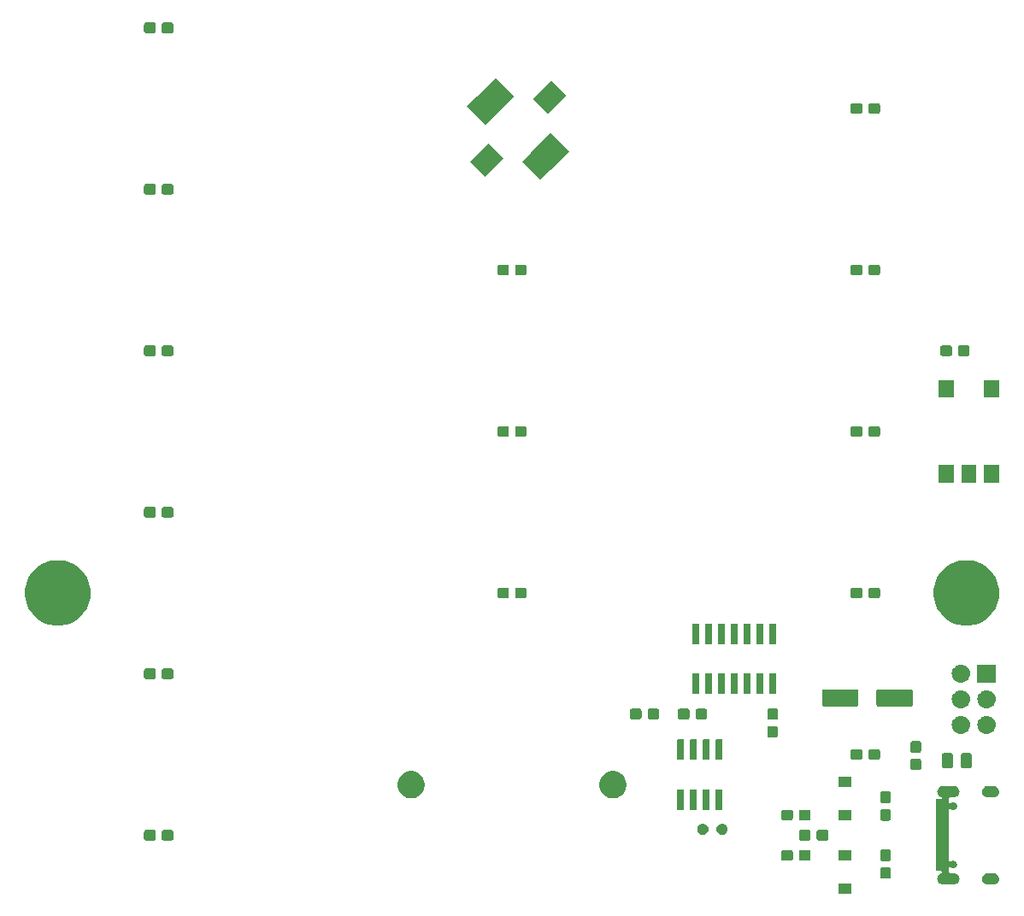
<source format=gbr>
G04 #@! TF.GenerationSoftware,KiCad,Pcbnew,5.1.3-ffb9f22~84~ubuntu18.10.1*
G04 #@! TF.CreationDate,2020-02-01T18:16:24-05:00*
G04 #@! TF.ProjectId,FIFO_Clock,4649464f-5f43-46c6-9f63-6b2e6b696361,rev?*
G04 #@! TF.SameCoordinates,PX2faf080PY2faf080*
G04 #@! TF.FileFunction,Soldermask,Bot*
G04 #@! TF.FilePolarity,Negative*
%FSLAX46Y46*%
G04 Gerber Fmt 4.6, Leading zero omitted, Abs format (unit mm)*
G04 Created by KiCad (PCBNEW 5.1.3-ffb9f22~84~ubuntu18.10.1) date 2020-02-01 18:16:24*
%MOMM*%
%LPD*%
G04 APERTURE LIST*
%ADD10C,0.100000*%
G04 APERTURE END LIST*
D10*
G36*
X83651000Y-95801000D02*
G01*
X82349000Y-95801000D01*
X82349000Y-94799000D01*
X83651000Y-94799000D01*
X83651000Y-95801000D01*
X83651000Y-95801000D01*
G37*
G36*
X97808015Y-93776973D02*
G01*
X97911879Y-93808479D01*
X97939055Y-93823005D01*
X98007600Y-93859643D01*
X98091501Y-93928499D01*
X98160357Y-94012400D01*
X98187403Y-94063000D01*
X98211521Y-94108121D01*
X98243027Y-94211985D01*
X98253666Y-94320000D01*
X98243027Y-94428015D01*
X98211521Y-94531879D01*
X98211519Y-94531882D01*
X98160357Y-94627600D01*
X98091501Y-94711501D01*
X98007600Y-94780357D01*
X97939055Y-94816995D01*
X97911879Y-94831521D01*
X97808015Y-94863027D01*
X97727067Y-94871000D01*
X97072933Y-94871000D01*
X96991985Y-94863027D01*
X96888121Y-94831521D01*
X96860945Y-94816995D01*
X96792400Y-94780357D01*
X96708499Y-94711501D01*
X96639643Y-94627600D01*
X96588481Y-94531882D01*
X96588479Y-94531879D01*
X96556973Y-94428015D01*
X96546334Y-94320000D01*
X96556973Y-94211985D01*
X96588479Y-94108121D01*
X96612597Y-94063000D01*
X96639643Y-94012400D01*
X96708499Y-93928499D01*
X96792400Y-93859643D01*
X96860945Y-93823005D01*
X96888121Y-93808479D01*
X96991985Y-93776973D01*
X97072933Y-93769000D01*
X97727067Y-93769000D01*
X97808015Y-93776973D01*
X97808015Y-93776973D01*
G37*
G36*
X93878015Y-85136973D02*
G01*
X93981879Y-85168479D01*
X94009055Y-85183005D01*
X94077600Y-85219643D01*
X94161501Y-85288499D01*
X94230357Y-85372400D01*
X94266995Y-85440945D01*
X94281521Y-85468121D01*
X94313027Y-85571985D01*
X94323666Y-85680000D01*
X94313027Y-85788015D01*
X94281521Y-85891879D01*
X94281519Y-85891882D01*
X94230357Y-85987600D01*
X94161501Y-86071501D01*
X94077600Y-86140357D01*
X94009055Y-86176995D01*
X93981879Y-86191521D01*
X93878015Y-86223027D01*
X93797067Y-86231000D01*
X93395999Y-86231000D01*
X93371613Y-86233402D01*
X93348164Y-86240515D01*
X93326553Y-86252066D01*
X93307611Y-86267611D01*
X93292066Y-86286553D01*
X93280515Y-86308164D01*
X93273402Y-86331613D01*
X93271000Y-86355999D01*
X93271000Y-86725482D01*
X93273402Y-86749868D01*
X93280515Y-86773317D01*
X93292066Y-86794928D01*
X93307611Y-86813870D01*
X93326553Y-86829415D01*
X93348164Y-86840966D01*
X93371613Y-86848079D01*
X93395999Y-86850481D01*
X93420385Y-86848079D01*
X93443834Y-86840966D01*
X93465445Y-86829415D01*
X93475527Y-86821141D01*
X93480313Y-86817943D01*
X93480314Y-86817942D01*
X93541897Y-86776793D01*
X93610325Y-86748450D01*
X93610326Y-86748450D01*
X93610328Y-86748449D01*
X93682966Y-86734000D01*
X93757034Y-86734000D01*
X93829672Y-86748449D01*
X93829674Y-86748450D01*
X93829675Y-86748450D01*
X93898103Y-86776793D01*
X93959686Y-86817942D01*
X94012058Y-86870314D01*
X94053207Y-86931897D01*
X94081550Y-87000325D01*
X94096000Y-87072967D01*
X94096000Y-87147033D01*
X94081550Y-87219675D01*
X94053207Y-87288103D01*
X94012058Y-87349686D01*
X93959686Y-87402058D01*
X93898103Y-87443207D01*
X93829675Y-87471550D01*
X93829674Y-87471550D01*
X93829672Y-87471551D01*
X93757034Y-87486000D01*
X93682966Y-87486000D01*
X93610328Y-87471551D01*
X93610326Y-87471550D01*
X93610325Y-87471550D01*
X93541897Y-87443207D01*
X93480314Y-87402058D01*
X93480313Y-87402057D01*
X93475527Y-87398859D01*
X93465445Y-87390585D01*
X93443834Y-87379034D01*
X93420385Y-87371921D01*
X93395999Y-87369519D01*
X93371613Y-87371921D01*
X93348164Y-87379034D01*
X93326553Y-87390585D01*
X93307611Y-87406130D01*
X93292066Y-87425072D01*
X93280515Y-87446683D01*
X93273402Y-87470132D01*
X93271000Y-87494518D01*
X93271000Y-92490581D01*
X93273402Y-92514967D01*
X93280515Y-92538416D01*
X93292066Y-92560027D01*
X93307611Y-92578969D01*
X93326553Y-92594514D01*
X93348164Y-92606065D01*
X93371613Y-92613178D01*
X93395999Y-92615580D01*
X93420385Y-92613178D01*
X93443834Y-92606065D01*
X93465441Y-92594516D01*
X93521897Y-92556793D01*
X93590325Y-92528450D01*
X93590326Y-92528450D01*
X93590328Y-92528449D01*
X93662966Y-92514000D01*
X93737034Y-92514000D01*
X93809672Y-92528449D01*
X93809674Y-92528450D01*
X93809675Y-92528450D01*
X93878103Y-92556793D01*
X93939686Y-92597942D01*
X93992058Y-92650314D01*
X94033207Y-92711897D01*
X94061550Y-92780325D01*
X94076000Y-92852967D01*
X94076000Y-92927033D01*
X94061550Y-92999675D01*
X94033207Y-93068103D01*
X93992058Y-93129686D01*
X93939686Y-93182058D01*
X93878103Y-93223207D01*
X93809675Y-93251550D01*
X93809674Y-93251550D01*
X93809672Y-93251551D01*
X93737034Y-93266000D01*
X93662966Y-93266000D01*
X93590328Y-93251551D01*
X93590326Y-93251550D01*
X93590325Y-93251550D01*
X93521897Y-93223207D01*
X93465441Y-93185484D01*
X93443834Y-93173935D01*
X93420385Y-93166822D01*
X93395999Y-93164420D01*
X93371613Y-93166822D01*
X93348164Y-93173935D01*
X93326553Y-93185486D01*
X93307611Y-93201032D01*
X93292066Y-93219973D01*
X93280515Y-93241584D01*
X93273402Y-93265033D01*
X93271000Y-93289419D01*
X93271000Y-93644001D01*
X93273402Y-93668387D01*
X93280515Y-93691836D01*
X93292066Y-93713447D01*
X93307611Y-93732389D01*
X93326553Y-93747934D01*
X93348164Y-93759485D01*
X93371613Y-93766598D01*
X93395999Y-93769000D01*
X93797067Y-93769000D01*
X93878015Y-93776973D01*
X93981879Y-93808479D01*
X94009055Y-93823005D01*
X94077600Y-93859643D01*
X94161501Y-93928499D01*
X94230357Y-94012400D01*
X94257403Y-94063000D01*
X94281521Y-94108121D01*
X94313027Y-94211985D01*
X94323666Y-94320000D01*
X94313027Y-94428015D01*
X94281521Y-94531879D01*
X94281519Y-94531882D01*
X94230357Y-94627600D01*
X94161501Y-94711501D01*
X94077600Y-94780357D01*
X94009055Y-94816995D01*
X93981879Y-94831521D01*
X93878015Y-94863027D01*
X93797067Y-94871000D01*
X92642933Y-94871000D01*
X92561985Y-94863027D01*
X92458121Y-94831521D01*
X92430945Y-94816995D01*
X92362400Y-94780357D01*
X92278499Y-94711501D01*
X92209643Y-94627600D01*
X92158481Y-94531882D01*
X92158479Y-94531879D01*
X92126973Y-94428015D01*
X92116334Y-94320000D01*
X92126973Y-94211985D01*
X92158479Y-94108121D01*
X92182597Y-94063000D01*
X92209643Y-94012400D01*
X92278499Y-93928499D01*
X92362400Y-93859643D01*
X92430945Y-93823005D01*
X92458121Y-93808479D01*
X92500538Y-93795612D01*
X92523168Y-93786238D01*
X92543542Y-93772625D01*
X92560869Y-93755298D01*
X92574483Y-93734923D01*
X92583861Y-93712284D01*
X92588641Y-93688251D01*
X92588641Y-93663747D01*
X92583861Y-93639714D01*
X92574483Y-93617075D01*
X92560870Y-93596701D01*
X92543543Y-93579374D01*
X92523168Y-93565760D01*
X92500529Y-93556382D01*
X92476496Y-93551602D01*
X92464244Y-93551000D01*
X92019000Y-93551000D01*
X92019000Y-86449000D01*
X92464244Y-86449000D01*
X92488630Y-86446598D01*
X92512079Y-86439485D01*
X92533690Y-86427934D01*
X92552632Y-86412389D01*
X92568177Y-86393447D01*
X92579728Y-86371836D01*
X92586841Y-86348387D01*
X92589243Y-86324001D01*
X92586841Y-86299615D01*
X92579728Y-86276166D01*
X92568177Y-86254555D01*
X92552632Y-86235613D01*
X92533690Y-86220068D01*
X92512079Y-86208517D01*
X92500547Y-86204391D01*
X92458121Y-86191521D01*
X92430945Y-86176995D01*
X92362400Y-86140357D01*
X92278499Y-86071501D01*
X92209643Y-85987600D01*
X92158481Y-85891882D01*
X92158479Y-85891879D01*
X92126973Y-85788015D01*
X92116334Y-85680000D01*
X92126973Y-85571985D01*
X92158479Y-85468121D01*
X92173005Y-85440945D01*
X92209643Y-85372400D01*
X92278499Y-85288499D01*
X92362400Y-85219643D01*
X92430945Y-85183005D01*
X92458121Y-85168479D01*
X92561985Y-85136973D01*
X92642933Y-85129000D01*
X93797067Y-85129000D01*
X93878015Y-85136973D01*
X93878015Y-85136973D01*
G37*
G36*
X87364499Y-93178445D02*
G01*
X87401995Y-93189820D01*
X87436554Y-93208292D01*
X87466847Y-93233153D01*
X87491708Y-93263446D01*
X87510180Y-93298005D01*
X87521555Y-93335501D01*
X87526000Y-93380638D01*
X87526000Y-94119362D01*
X87521555Y-94164499D01*
X87510180Y-94201995D01*
X87491708Y-94236554D01*
X87466847Y-94266847D01*
X87436554Y-94291708D01*
X87401995Y-94310180D01*
X87364499Y-94321555D01*
X87319362Y-94326000D01*
X86680638Y-94326000D01*
X86635501Y-94321555D01*
X86598005Y-94310180D01*
X86563446Y-94291708D01*
X86533153Y-94266847D01*
X86508292Y-94236554D01*
X86489820Y-94201995D01*
X86478445Y-94164499D01*
X86474000Y-94119362D01*
X86474000Y-93380638D01*
X86478445Y-93335501D01*
X86489820Y-93298005D01*
X86508292Y-93263446D01*
X86533153Y-93233153D01*
X86563446Y-93208292D01*
X86598005Y-93189820D01*
X86635501Y-93178445D01*
X86680638Y-93174000D01*
X87319362Y-93174000D01*
X87364499Y-93178445D01*
X87364499Y-93178445D01*
G37*
G36*
X87364499Y-91428445D02*
G01*
X87401995Y-91439820D01*
X87436554Y-91458292D01*
X87466847Y-91483153D01*
X87491708Y-91513446D01*
X87510180Y-91548005D01*
X87521555Y-91585501D01*
X87526000Y-91630638D01*
X87526000Y-92369362D01*
X87521555Y-92414499D01*
X87510180Y-92451995D01*
X87491708Y-92486554D01*
X87466847Y-92516847D01*
X87436554Y-92541708D01*
X87401995Y-92560180D01*
X87364499Y-92571555D01*
X87319362Y-92576000D01*
X86680638Y-92576000D01*
X86635501Y-92571555D01*
X86598005Y-92560180D01*
X86563446Y-92541708D01*
X86533153Y-92516847D01*
X86508292Y-92486554D01*
X86489820Y-92451995D01*
X86478445Y-92414499D01*
X86474000Y-92369362D01*
X86474000Y-91630638D01*
X86478445Y-91585501D01*
X86489820Y-91548005D01*
X86508292Y-91513446D01*
X86533153Y-91483153D01*
X86563446Y-91458292D01*
X86598005Y-91439820D01*
X86635501Y-91428445D01*
X86680638Y-91424000D01*
X87319362Y-91424000D01*
X87364499Y-91428445D01*
X87364499Y-91428445D01*
G37*
G36*
X77664499Y-91478445D02*
G01*
X77701995Y-91489820D01*
X77736554Y-91508292D01*
X77766847Y-91533153D01*
X77791708Y-91563446D01*
X77810180Y-91598005D01*
X77821555Y-91635501D01*
X77826000Y-91680638D01*
X77826000Y-92319362D01*
X77821555Y-92364499D01*
X77810180Y-92401995D01*
X77791708Y-92436554D01*
X77766847Y-92466847D01*
X77736554Y-92491708D01*
X77701995Y-92510180D01*
X77664499Y-92521555D01*
X77619362Y-92526000D01*
X76880638Y-92526000D01*
X76835501Y-92521555D01*
X76798005Y-92510180D01*
X76763446Y-92491708D01*
X76733153Y-92466847D01*
X76708292Y-92436554D01*
X76689820Y-92401995D01*
X76678445Y-92364499D01*
X76674000Y-92319362D01*
X76674000Y-91680638D01*
X76678445Y-91635501D01*
X76689820Y-91598005D01*
X76708292Y-91563446D01*
X76733153Y-91533153D01*
X76763446Y-91508292D01*
X76798005Y-91489820D01*
X76835501Y-91478445D01*
X76880638Y-91474000D01*
X77619362Y-91474000D01*
X77664499Y-91478445D01*
X77664499Y-91478445D01*
G37*
G36*
X79414499Y-91478445D02*
G01*
X79451995Y-91489820D01*
X79486554Y-91508292D01*
X79516847Y-91533153D01*
X79541708Y-91563446D01*
X79560180Y-91598005D01*
X79571555Y-91635501D01*
X79576000Y-91680638D01*
X79576000Y-92319362D01*
X79571555Y-92364499D01*
X79560180Y-92401995D01*
X79541708Y-92436554D01*
X79516847Y-92466847D01*
X79486554Y-92491708D01*
X79451995Y-92510180D01*
X79414499Y-92521555D01*
X79369362Y-92526000D01*
X78630638Y-92526000D01*
X78585501Y-92521555D01*
X78548005Y-92510180D01*
X78513446Y-92491708D01*
X78483153Y-92466847D01*
X78458292Y-92436554D01*
X78439820Y-92401995D01*
X78428445Y-92364499D01*
X78424000Y-92319362D01*
X78424000Y-91680638D01*
X78428445Y-91635501D01*
X78439820Y-91598005D01*
X78458292Y-91563446D01*
X78483153Y-91533153D01*
X78513446Y-91508292D01*
X78548005Y-91489820D01*
X78585501Y-91478445D01*
X78630638Y-91474000D01*
X79369362Y-91474000D01*
X79414499Y-91478445D01*
X79414499Y-91478445D01*
G37*
G36*
X83651000Y-92501000D02*
G01*
X82349000Y-92501000D01*
X82349000Y-91499000D01*
X83651000Y-91499000D01*
X83651000Y-92501000D01*
X83651000Y-92501000D01*
G37*
G36*
X14539499Y-89478445D02*
G01*
X14576995Y-89489820D01*
X14611554Y-89508292D01*
X14641847Y-89533153D01*
X14666708Y-89563446D01*
X14685180Y-89598005D01*
X14696555Y-89635501D01*
X14701000Y-89680638D01*
X14701000Y-90319362D01*
X14696555Y-90364499D01*
X14685180Y-90401995D01*
X14666708Y-90436554D01*
X14641847Y-90466847D01*
X14611554Y-90491708D01*
X14576995Y-90510180D01*
X14539499Y-90521555D01*
X14494362Y-90526000D01*
X13755638Y-90526000D01*
X13710501Y-90521555D01*
X13673005Y-90510180D01*
X13638446Y-90491708D01*
X13608153Y-90466847D01*
X13583292Y-90436554D01*
X13564820Y-90401995D01*
X13553445Y-90364499D01*
X13549000Y-90319362D01*
X13549000Y-89680638D01*
X13553445Y-89635501D01*
X13564820Y-89598005D01*
X13583292Y-89563446D01*
X13608153Y-89533153D01*
X13638446Y-89508292D01*
X13673005Y-89489820D01*
X13710501Y-89478445D01*
X13755638Y-89474000D01*
X14494362Y-89474000D01*
X14539499Y-89478445D01*
X14539499Y-89478445D01*
G37*
G36*
X16289499Y-89478445D02*
G01*
X16326995Y-89489820D01*
X16361554Y-89508292D01*
X16391847Y-89533153D01*
X16416708Y-89563446D01*
X16435180Y-89598005D01*
X16446555Y-89635501D01*
X16451000Y-89680638D01*
X16451000Y-90319362D01*
X16446555Y-90364499D01*
X16435180Y-90401995D01*
X16416708Y-90436554D01*
X16391847Y-90466847D01*
X16361554Y-90491708D01*
X16326995Y-90510180D01*
X16289499Y-90521555D01*
X16244362Y-90526000D01*
X15505638Y-90526000D01*
X15460501Y-90521555D01*
X15423005Y-90510180D01*
X15388446Y-90491708D01*
X15358153Y-90466847D01*
X15333292Y-90436554D01*
X15314820Y-90401995D01*
X15303445Y-90364499D01*
X15299000Y-90319362D01*
X15299000Y-89680638D01*
X15303445Y-89635501D01*
X15314820Y-89598005D01*
X15333292Y-89563446D01*
X15358153Y-89533153D01*
X15388446Y-89508292D01*
X15423005Y-89489820D01*
X15460501Y-89478445D01*
X15505638Y-89474000D01*
X16244362Y-89474000D01*
X16289499Y-89478445D01*
X16289499Y-89478445D01*
G37*
G36*
X79414499Y-89478445D02*
G01*
X79451995Y-89489820D01*
X79486554Y-89508292D01*
X79516847Y-89533153D01*
X79541708Y-89563446D01*
X79560180Y-89598005D01*
X79571555Y-89635501D01*
X79576000Y-89680638D01*
X79576000Y-90319362D01*
X79571555Y-90364499D01*
X79560180Y-90401995D01*
X79541708Y-90436554D01*
X79516847Y-90466847D01*
X79486554Y-90491708D01*
X79451995Y-90510180D01*
X79414499Y-90521555D01*
X79369362Y-90526000D01*
X78630638Y-90526000D01*
X78585501Y-90521555D01*
X78548005Y-90510180D01*
X78513446Y-90491708D01*
X78483153Y-90466847D01*
X78458292Y-90436554D01*
X78439820Y-90401995D01*
X78428445Y-90364499D01*
X78424000Y-90319362D01*
X78424000Y-89680638D01*
X78428445Y-89635501D01*
X78439820Y-89598005D01*
X78458292Y-89563446D01*
X78483153Y-89533153D01*
X78513446Y-89508292D01*
X78548005Y-89489820D01*
X78585501Y-89478445D01*
X78630638Y-89474000D01*
X79369362Y-89474000D01*
X79414499Y-89478445D01*
X79414499Y-89478445D01*
G37*
G36*
X81164499Y-89478445D02*
G01*
X81201995Y-89489820D01*
X81236554Y-89508292D01*
X81266847Y-89533153D01*
X81291708Y-89563446D01*
X81310180Y-89598005D01*
X81321555Y-89635501D01*
X81326000Y-89680638D01*
X81326000Y-90319362D01*
X81321555Y-90364499D01*
X81310180Y-90401995D01*
X81291708Y-90436554D01*
X81266847Y-90466847D01*
X81236554Y-90491708D01*
X81201995Y-90510180D01*
X81164499Y-90521555D01*
X81119362Y-90526000D01*
X80380638Y-90526000D01*
X80335501Y-90521555D01*
X80298005Y-90510180D01*
X80263446Y-90491708D01*
X80233153Y-90466847D01*
X80208292Y-90436554D01*
X80189820Y-90401995D01*
X80178445Y-90364499D01*
X80174000Y-90319362D01*
X80174000Y-89680638D01*
X80178445Y-89635501D01*
X80189820Y-89598005D01*
X80208292Y-89563446D01*
X80233153Y-89533153D01*
X80263446Y-89508292D01*
X80298005Y-89489820D01*
X80335501Y-89478445D01*
X80380638Y-89474000D01*
X81119362Y-89474000D01*
X81164499Y-89478445D01*
X81164499Y-89478445D01*
G37*
G36*
X69060721Y-88870174D02*
G01*
X69160995Y-88911709D01*
X69160996Y-88911710D01*
X69251242Y-88972010D01*
X69327990Y-89048758D01*
X69358345Y-89094188D01*
X69388291Y-89139005D01*
X69429826Y-89239279D01*
X69451000Y-89345730D01*
X69451000Y-89454270D01*
X69429826Y-89560721D01*
X69388291Y-89660995D01*
X69358345Y-89705812D01*
X69327990Y-89751242D01*
X69251242Y-89827990D01*
X69205812Y-89858345D01*
X69160995Y-89888291D01*
X69060721Y-89929826D01*
X68954270Y-89951000D01*
X68845730Y-89951000D01*
X68739279Y-89929826D01*
X68639005Y-89888291D01*
X68594188Y-89858345D01*
X68548758Y-89827990D01*
X68472010Y-89751242D01*
X68441655Y-89705812D01*
X68411709Y-89660995D01*
X68370174Y-89560721D01*
X68349000Y-89454270D01*
X68349000Y-89345730D01*
X68370174Y-89239279D01*
X68411709Y-89139005D01*
X68441655Y-89094188D01*
X68472010Y-89048758D01*
X68548758Y-88972010D01*
X68639004Y-88911710D01*
X68639005Y-88911709D01*
X68739279Y-88870174D01*
X68845730Y-88849000D01*
X68954270Y-88849000D01*
X69060721Y-88870174D01*
X69060721Y-88870174D01*
G37*
G36*
X70960721Y-88870174D02*
G01*
X71060995Y-88911709D01*
X71060996Y-88911710D01*
X71151242Y-88972010D01*
X71227990Y-89048758D01*
X71258345Y-89094188D01*
X71288291Y-89139005D01*
X71329826Y-89239279D01*
X71351000Y-89345730D01*
X71351000Y-89454270D01*
X71329826Y-89560721D01*
X71288291Y-89660995D01*
X71258345Y-89705812D01*
X71227990Y-89751242D01*
X71151242Y-89827990D01*
X71105812Y-89858345D01*
X71060995Y-89888291D01*
X70960721Y-89929826D01*
X70854270Y-89951000D01*
X70745730Y-89951000D01*
X70639279Y-89929826D01*
X70539005Y-89888291D01*
X70494188Y-89858345D01*
X70448758Y-89827990D01*
X70372010Y-89751242D01*
X70341655Y-89705812D01*
X70311709Y-89660995D01*
X70270174Y-89560721D01*
X70249000Y-89454270D01*
X70249000Y-89345730D01*
X70270174Y-89239279D01*
X70311709Y-89139005D01*
X70341655Y-89094188D01*
X70372010Y-89048758D01*
X70448758Y-88972010D01*
X70539004Y-88911710D01*
X70539005Y-88911709D01*
X70639279Y-88870174D01*
X70745730Y-88849000D01*
X70854270Y-88849000D01*
X70960721Y-88870174D01*
X70960721Y-88870174D01*
G37*
G36*
X87364499Y-87428445D02*
G01*
X87401995Y-87439820D01*
X87436554Y-87458292D01*
X87466847Y-87483153D01*
X87491708Y-87513446D01*
X87510180Y-87548005D01*
X87521555Y-87585501D01*
X87526000Y-87630638D01*
X87526000Y-88369362D01*
X87521555Y-88414499D01*
X87510180Y-88451995D01*
X87491708Y-88486554D01*
X87466847Y-88516847D01*
X87436554Y-88541708D01*
X87401995Y-88560180D01*
X87364499Y-88571555D01*
X87319362Y-88576000D01*
X86680638Y-88576000D01*
X86635501Y-88571555D01*
X86598005Y-88560180D01*
X86563446Y-88541708D01*
X86533153Y-88516847D01*
X86508292Y-88486554D01*
X86489820Y-88451995D01*
X86478445Y-88414499D01*
X86474000Y-88369362D01*
X86474000Y-87630638D01*
X86478445Y-87585501D01*
X86489820Y-87548005D01*
X86508292Y-87513446D01*
X86533153Y-87483153D01*
X86563446Y-87458292D01*
X86598005Y-87439820D01*
X86635501Y-87428445D01*
X86680638Y-87424000D01*
X87319362Y-87424000D01*
X87364499Y-87428445D01*
X87364499Y-87428445D01*
G37*
G36*
X79414499Y-87478445D02*
G01*
X79451995Y-87489820D01*
X79486554Y-87508292D01*
X79516847Y-87533153D01*
X79541708Y-87563446D01*
X79560180Y-87598005D01*
X79571555Y-87635501D01*
X79576000Y-87680638D01*
X79576000Y-88319362D01*
X79571555Y-88364499D01*
X79560180Y-88401995D01*
X79541708Y-88436554D01*
X79516847Y-88466847D01*
X79486554Y-88491708D01*
X79451995Y-88510180D01*
X79414499Y-88521555D01*
X79369362Y-88526000D01*
X78630638Y-88526000D01*
X78585501Y-88521555D01*
X78548005Y-88510180D01*
X78513446Y-88491708D01*
X78483153Y-88466847D01*
X78458292Y-88436554D01*
X78439820Y-88401995D01*
X78428445Y-88364499D01*
X78424000Y-88319362D01*
X78424000Y-87680638D01*
X78428445Y-87635501D01*
X78439820Y-87598005D01*
X78458292Y-87563446D01*
X78483153Y-87533153D01*
X78513446Y-87508292D01*
X78548005Y-87489820D01*
X78585501Y-87478445D01*
X78630638Y-87474000D01*
X79369362Y-87474000D01*
X79414499Y-87478445D01*
X79414499Y-87478445D01*
G37*
G36*
X77664499Y-87478445D02*
G01*
X77701995Y-87489820D01*
X77736554Y-87508292D01*
X77766847Y-87533153D01*
X77791708Y-87563446D01*
X77810180Y-87598005D01*
X77821555Y-87635501D01*
X77826000Y-87680638D01*
X77826000Y-88319362D01*
X77821555Y-88364499D01*
X77810180Y-88401995D01*
X77791708Y-88436554D01*
X77766847Y-88466847D01*
X77736554Y-88491708D01*
X77701995Y-88510180D01*
X77664499Y-88521555D01*
X77619362Y-88526000D01*
X76880638Y-88526000D01*
X76835501Y-88521555D01*
X76798005Y-88510180D01*
X76763446Y-88491708D01*
X76733153Y-88466847D01*
X76708292Y-88436554D01*
X76689820Y-88401995D01*
X76678445Y-88364499D01*
X76674000Y-88319362D01*
X76674000Y-87680638D01*
X76678445Y-87635501D01*
X76689820Y-87598005D01*
X76708292Y-87563446D01*
X76733153Y-87533153D01*
X76763446Y-87508292D01*
X76798005Y-87489820D01*
X76835501Y-87478445D01*
X76880638Y-87474000D01*
X77619362Y-87474000D01*
X77664499Y-87478445D01*
X77664499Y-87478445D01*
G37*
G36*
X83651000Y-88501000D02*
G01*
X82349000Y-88501000D01*
X82349000Y-87499000D01*
X83651000Y-87499000D01*
X83651000Y-88501000D01*
X83651000Y-88501000D01*
G37*
G36*
X70764928Y-85451764D02*
G01*
X70786009Y-85458160D01*
X70805445Y-85468548D01*
X70822476Y-85482524D01*
X70836452Y-85499555D01*
X70846840Y-85518991D01*
X70853236Y-85540072D01*
X70856000Y-85568140D01*
X70856000Y-87381860D01*
X70853236Y-87409928D01*
X70846840Y-87431009D01*
X70836452Y-87450445D01*
X70822476Y-87467476D01*
X70805445Y-87481452D01*
X70786009Y-87491840D01*
X70764928Y-87498236D01*
X70736860Y-87501000D01*
X70273140Y-87501000D01*
X70245072Y-87498236D01*
X70223991Y-87491840D01*
X70204555Y-87481452D01*
X70187524Y-87467476D01*
X70173548Y-87450445D01*
X70163160Y-87431009D01*
X70156764Y-87409928D01*
X70154000Y-87381860D01*
X70154000Y-85568140D01*
X70156764Y-85540072D01*
X70163160Y-85518991D01*
X70173548Y-85499555D01*
X70187524Y-85482524D01*
X70204555Y-85468548D01*
X70223991Y-85458160D01*
X70245072Y-85451764D01*
X70273140Y-85449000D01*
X70736860Y-85449000D01*
X70764928Y-85451764D01*
X70764928Y-85451764D01*
G37*
G36*
X66954928Y-85451764D02*
G01*
X66976009Y-85458160D01*
X66995445Y-85468548D01*
X67012476Y-85482524D01*
X67026452Y-85499555D01*
X67036840Y-85518991D01*
X67043236Y-85540072D01*
X67046000Y-85568140D01*
X67046000Y-87381860D01*
X67043236Y-87409928D01*
X67036840Y-87431009D01*
X67026452Y-87450445D01*
X67012476Y-87467476D01*
X66995445Y-87481452D01*
X66976009Y-87491840D01*
X66954928Y-87498236D01*
X66926860Y-87501000D01*
X66463140Y-87501000D01*
X66435072Y-87498236D01*
X66413991Y-87491840D01*
X66394555Y-87481452D01*
X66377524Y-87467476D01*
X66363548Y-87450445D01*
X66353160Y-87431009D01*
X66346764Y-87409928D01*
X66344000Y-87381860D01*
X66344000Y-85568140D01*
X66346764Y-85540072D01*
X66353160Y-85518991D01*
X66363548Y-85499555D01*
X66377524Y-85482524D01*
X66394555Y-85468548D01*
X66413991Y-85458160D01*
X66435072Y-85451764D01*
X66463140Y-85449000D01*
X66926860Y-85449000D01*
X66954928Y-85451764D01*
X66954928Y-85451764D01*
G37*
G36*
X68224928Y-85451764D02*
G01*
X68246009Y-85458160D01*
X68265445Y-85468548D01*
X68282476Y-85482524D01*
X68296452Y-85499555D01*
X68306840Y-85518991D01*
X68313236Y-85540072D01*
X68316000Y-85568140D01*
X68316000Y-87381860D01*
X68313236Y-87409928D01*
X68306840Y-87431009D01*
X68296452Y-87450445D01*
X68282476Y-87467476D01*
X68265445Y-87481452D01*
X68246009Y-87491840D01*
X68224928Y-87498236D01*
X68196860Y-87501000D01*
X67733140Y-87501000D01*
X67705072Y-87498236D01*
X67683991Y-87491840D01*
X67664555Y-87481452D01*
X67647524Y-87467476D01*
X67633548Y-87450445D01*
X67623160Y-87431009D01*
X67616764Y-87409928D01*
X67614000Y-87381860D01*
X67614000Y-85568140D01*
X67616764Y-85540072D01*
X67623160Y-85518991D01*
X67633548Y-85499555D01*
X67647524Y-85482524D01*
X67664555Y-85468548D01*
X67683991Y-85458160D01*
X67705072Y-85451764D01*
X67733140Y-85449000D01*
X68196860Y-85449000D01*
X68224928Y-85451764D01*
X68224928Y-85451764D01*
G37*
G36*
X69494928Y-85451764D02*
G01*
X69516009Y-85458160D01*
X69535445Y-85468548D01*
X69552476Y-85482524D01*
X69566452Y-85499555D01*
X69576840Y-85518991D01*
X69583236Y-85540072D01*
X69586000Y-85568140D01*
X69586000Y-87381860D01*
X69583236Y-87409928D01*
X69576840Y-87431009D01*
X69566452Y-87450445D01*
X69552476Y-87467476D01*
X69535445Y-87481452D01*
X69516009Y-87491840D01*
X69494928Y-87498236D01*
X69466860Y-87501000D01*
X69003140Y-87501000D01*
X68975072Y-87498236D01*
X68953991Y-87491840D01*
X68934555Y-87481452D01*
X68917524Y-87467476D01*
X68903548Y-87450445D01*
X68893160Y-87431009D01*
X68886764Y-87409928D01*
X68884000Y-87381860D01*
X68884000Y-85568140D01*
X68886764Y-85540072D01*
X68893160Y-85518991D01*
X68903548Y-85499555D01*
X68917524Y-85482524D01*
X68934555Y-85468548D01*
X68953991Y-85458160D01*
X68975072Y-85451764D01*
X69003140Y-85449000D01*
X69466860Y-85449000D01*
X69494928Y-85451764D01*
X69494928Y-85451764D01*
G37*
G36*
X87364499Y-85678445D02*
G01*
X87401995Y-85689820D01*
X87436554Y-85708292D01*
X87466847Y-85733153D01*
X87491708Y-85763446D01*
X87510180Y-85798005D01*
X87521555Y-85835501D01*
X87526000Y-85880638D01*
X87526000Y-86619362D01*
X87521555Y-86664499D01*
X87510180Y-86701995D01*
X87491708Y-86736554D01*
X87466847Y-86766847D01*
X87436554Y-86791708D01*
X87401995Y-86810180D01*
X87364499Y-86821555D01*
X87319362Y-86826000D01*
X86680638Y-86826000D01*
X86635501Y-86821555D01*
X86598005Y-86810180D01*
X86563446Y-86791708D01*
X86533153Y-86766847D01*
X86508292Y-86736554D01*
X86489820Y-86701995D01*
X86478445Y-86664499D01*
X86474000Y-86619362D01*
X86474000Y-85880638D01*
X86478445Y-85835501D01*
X86489820Y-85798005D01*
X86508292Y-85763446D01*
X86533153Y-85733153D01*
X86563446Y-85708292D01*
X86598005Y-85689820D01*
X86635501Y-85678445D01*
X86680638Y-85674000D01*
X87319362Y-85674000D01*
X87364499Y-85678445D01*
X87364499Y-85678445D01*
G37*
G36*
X60394072Y-83700918D02*
G01*
X60639939Y-83802759D01*
X60751328Y-83877187D01*
X60861211Y-83950609D01*
X61049391Y-84138789D01*
X61197242Y-84360063D01*
X61299082Y-84605928D01*
X61351000Y-84866937D01*
X61351000Y-85133063D01*
X61299082Y-85394072D01*
X61255039Y-85500403D01*
X61197241Y-85639939D01*
X61049390Y-85861212D01*
X60861212Y-86049390D01*
X60639939Y-86197241D01*
X60639938Y-86197242D01*
X60639937Y-86197242D01*
X60394072Y-86299082D01*
X60133063Y-86351000D01*
X59866937Y-86351000D01*
X59605928Y-86299082D01*
X59360063Y-86197242D01*
X59360062Y-86197242D01*
X59360061Y-86197241D01*
X59138788Y-86049390D01*
X58950610Y-85861212D01*
X58802759Y-85639939D01*
X58744962Y-85500403D01*
X58700918Y-85394072D01*
X58649000Y-85133063D01*
X58649000Y-84866937D01*
X58700918Y-84605928D01*
X58802758Y-84360063D01*
X58950609Y-84138789D01*
X59138789Y-83950609D01*
X59248672Y-83877187D01*
X59360061Y-83802759D01*
X59605928Y-83700918D01*
X59866937Y-83649000D01*
X60133063Y-83649000D01*
X60394072Y-83700918D01*
X60394072Y-83700918D01*
G37*
G36*
X40394072Y-83700918D02*
G01*
X40639939Y-83802759D01*
X40751328Y-83877187D01*
X40861211Y-83950609D01*
X41049391Y-84138789D01*
X41197242Y-84360063D01*
X41299082Y-84605928D01*
X41351000Y-84866937D01*
X41351000Y-85133063D01*
X41299082Y-85394072D01*
X41255039Y-85500403D01*
X41197241Y-85639939D01*
X41049390Y-85861212D01*
X40861212Y-86049390D01*
X40639939Y-86197241D01*
X40639938Y-86197242D01*
X40639937Y-86197242D01*
X40394072Y-86299082D01*
X40133063Y-86351000D01*
X39866937Y-86351000D01*
X39605928Y-86299082D01*
X39360063Y-86197242D01*
X39360062Y-86197242D01*
X39360061Y-86197241D01*
X39138788Y-86049390D01*
X38950610Y-85861212D01*
X38802759Y-85639939D01*
X38744962Y-85500403D01*
X38700918Y-85394072D01*
X38649000Y-85133063D01*
X38649000Y-84866937D01*
X38700918Y-84605928D01*
X38802758Y-84360063D01*
X38950609Y-84138789D01*
X39138789Y-83950609D01*
X39248672Y-83877187D01*
X39360061Y-83802759D01*
X39605928Y-83700918D01*
X39866937Y-83649000D01*
X40133063Y-83649000D01*
X40394072Y-83700918D01*
X40394072Y-83700918D01*
G37*
G36*
X97808015Y-85136973D02*
G01*
X97911879Y-85168479D01*
X97939055Y-85183005D01*
X98007600Y-85219643D01*
X98091501Y-85288499D01*
X98160357Y-85372400D01*
X98196995Y-85440945D01*
X98211521Y-85468121D01*
X98243027Y-85571985D01*
X98253666Y-85680000D01*
X98243027Y-85788015D01*
X98211521Y-85891879D01*
X98211519Y-85891882D01*
X98160357Y-85987600D01*
X98091501Y-86071501D01*
X98007600Y-86140357D01*
X97939055Y-86176995D01*
X97911879Y-86191521D01*
X97808015Y-86223027D01*
X97727067Y-86231000D01*
X97072933Y-86231000D01*
X96991985Y-86223027D01*
X96888121Y-86191521D01*
X96860945Y-86176995D01*
X96792400Y-86140357D01*
X96708499Y-86071501D01*
X96639643Y-85987600D01*
X96588481Y-85891882D01*
X96588479Y-85891879D01*
X96556973Y-85788015D01*
X96546334Y-85680000D01*
X96556973Y-85571985D01*
X96588479Y-85468121D01*
X96603005Y-85440945D01*
X96639643Y-85372400D01*
X96708499Y-85288499D01*
X96792400Y-85219643D01*
X96860945Y-85183005D01*
X96888121Y-85168479D01*
X96991985Y-85136973D01*
X97072933Y-85129000D01*
X97727067Y-85129000D01*
X97808015Y-85136973D01*
X97808015Y-85136973D01*
G37*
G36*
X83651000Y-85201000D02*
G01*
X82349000Y-85201000D01*
X82349000Y-84199000D01*
X83651000Y-84199000D01*
X83651000Y-85201000D01*
X83651000Y-85201000D01*
G37*
G36*
X90364499Y-82428445D02*
G01*
X90401995Y-82439820D01*
X90436554Y-82458292D01*
X90466847Y-82483153D01*
X90491708Y-82513446D01*
X90510180Y-82548005D01*
X90521555Y-82585501D01*
X90526000Y-82630638D01*
X90526000Y-83369362D01*
X90521555Y-83414499D01*
X90510180Y-83451995D01*
X90491708Y-83486554D01*
X90466847Y-83516847D01*
X90436554Y-83541708D01*
X90401995Y-83560180D01*
X90364499Y-83571555D01*
X90319362Y-83576000D01*
X89680638Y-83576000D01*
X89635501Y-83571555D01*
X89598005Y-83560180D01*
X89563446Y-83541708D01*
X89533153Y-83516847D01*
X89508292Y-83486554D01*
X89489820Y-83451995D01*
X89478445Y-83414499D01*
X89474000Y-83369362D01*
X89474000Y-82630638D01*
X89478445Y-82585501D01*
X89489820Y-82548005D01*
X89508292Y-82513446D01*
X89533153Y-82483153D01*
X89563446Y-82458292D01*
X89598005Y-82439820D01*
X89635501Y-82428445D01*
X89680638Y-82424000D01*
X90319362Y-82424000D01*
X90364499Y-82428445D01*
X90364499Y-82428445D01*
G37*
G36*
X93496968Y-81853565D02*
G01*
X93535638Y-81865296D01*
X93571277Y-81884346D01*
X93602517Y-81909983D01*
X93628154Y-81941223D01*
X93647204Y-81976862D01*
X93658935Y-82015532D01*
X93663500Y-82061888D01*
X93663500Y-83138112D01*
X93658935Y-83184468D01*
X93647204Y-83223138D01*
X93628154Y-83258777D01*
X93602517Y-83290017D01*
X93571277Y-83315654D01*
X93535638Y-83334704D01*
X93496968Y-83346435D01*
X93450612Y-83351000D01*
X92799388Y-83351000D01*
X92753032Y-83346435D01*
X92714362Y-83334704D01*
X92678723Y-83315654D01*
X92647483Y-83290017D01*
X92621846Y-83258777D01*
X92602796Y-83223138D01*
X92591065Y-83184468D01*
X92586500Y-83138112D01*
X92586500Y-82061888D01*
X92591065Y-82015532D01*
X92602796Y-81976862D01*
X92621846Y-81941223D01*
X92647483Y-81909983D01*
X92678723Y-81884346D01*
X92714362Y-81865296D01*
X92753032Y-81853565D01*
X92799388Y-81849000D01*
X93450612Y-81849000D01*
X93496968Y-81853565D01*
X93496968Y-81853565D01*
G37*
G36*
X95371968Y-81853565D02*
G01*
X95410638Y-81865296D01*
X95446277Y-81884346D01*
X95477517Y-81909983D01*
X95503154Y-81941223D01*
X95522204Y-81976862D01*
X95533935Y-82015532D01*
X95538500Y-82061888D01*
X95538500Y-83138112D01*
X95533935Y-83184468D01*
X95522204Y-83223138D01*
X95503154Y-83258777D01*
X95477517Y-83290017D01*
X95446277Y-83315654D01*
X95410638Y-83334704D01*
X95371968Y-83346435D01*
X95325612Y-83351000D01*
X94674388Y-83351000D01*
X94628032Y-83346435D01*
X94589362Y-83334704D01*
X94553723Y-83315654D01*
X94522483Y-83290017D01*
X94496846Y-83258777D01*
X94477796Y-83223138D01*
X94466065Y-83184468D01*
X94461500Y-83138112D01*
X94461500Y-82061888D01*
X94466065Y-82015532D01*
X94477796Y-81976862D01*
X94496846Y-81941223D01*
X94522483Y-81909983D01*
X94553723Y-81884346D01*
X94589362Y-81865296D01*
X94628032Y-81853565D01*
X94674388Y-81849000D01*
X95325612Y-81849000D01*
X95371968Y-81853565D01*
X95371968Y-81853565D01*
G37*
G36*
X70764928Y-80501764D02*
G01*
X70786009Y-80508160D01*
X70805445Y-80518548D01*
X70822476Y-80532524D01*
X70836452Y-80549555D01*
X70846840Y-80568991D01*
X70853236Y-80590072D01*
X70856000Y-80618140D01*
X70856000Y-82431860D01*
X70853236Y-82459928D01*
X70846840Y-82481009D01*
X70836452Y-82500445D01*
X70822476Y-82517476D01*
X70805445Y-82531452D01*
X70786009Y-82541840D01*
X70764928Y-82548236D01*
X70736860Y-82551000D01*
X70273140Y-82551000D01*
X70245072Y-82548236D01*
X70223991Y-82541840D01*
X70204555Y-82531452D01*
X70187524Y-82517476D01*
X70173548Y-82500445D01*
X70163160Y-82481009D01*
X70156764Y-82459928D01*
X70154000Y-82431860D01*
X70154000Y-80618140D01*
X70156764Y-80590072D01*
X70163160Y-80568991D01*
X70173548Y-80549555D01*
X70187524Y-80532524D01*
X70204555Y-80518548D01*
X70223991Y-80508160D01*
X70245072Y-80501764D01*
X70273140Y-80499000D01*
X70736860Y-80499000D01*
X70764928Y-80501764D01*
X70764928Y-80501764D01*
G37*
G36*
X66954928Y-80501764D02*
G01*
X66976009Y-80508160D01*
X66995445Y-80518548D01*
X67012476Y-80532524D01*
X67026452Y-80549555D01*
X67036840Y-80568991D01*
X67043236Y-80590072D01*
X67046000Y-80618140D01*
X67046000Y-82431860D01*
X67043236Y-82459928D01*
X67036840Y-82481009D01*
X67026452Y-82500445D01*
X67012476Y-82517476D01*
X66995445Y-82531452D01*
X66976009Y-82541840D01*
X66954928Y-82548236D01*
X66926860Y-82551000D01*
X66463140Y-82551000D01*
X66435072Y-82548236D01*
X66413991Y-82541840D01*
X66394555Y-82531452D01*
X66377524Y-82517476D01*
X66363548Y-82500445D01*
X66353160Y-82481009D01*
X66346764Y-82459928D01*
X66344000Y-82431860D01*
X66344000Y-80618140D01*
X66346764Y-80590072D01*
X66353160Y-80568991D01*
X66363548Y-80549555D01*
X66377524Y-80532524D01*
X66394555Y-80518548D01*
X66413991Y-80508160D01*
X66435072Y-80501764D01*
X66463140Y-80499000D01*
X66926860Y-80499000D01*
X66954928Y-80501764D01*
X66954928Y-80501764D01*
G37*
G36*
X68224928Y-80501764D02*
G01*
X68246009Y-80508160D01*
X68265445Y-80518548D01*
X68282476Y-80532524D01*
X68296452Y-80549555D01*
X68306840Y-80568991D01*
X68313236Y-80590072D01*
X68316000Y-80618140D01*
X68316000Y-82431860D01*
X68313236Y-82459928D01*
X68306840Y-82481009D01*
X68296452Y-82500445D01*
X68282476Y-82517476D01*
X68265445Y-82531452D01*
X68246009Y-82541840D01*
X68224928Y-82548236D01*
X68196860Y-82551000D01*
X67733140Y-82551000D01*
X67705072Y-82548236D01*
X67683991Y-82541840D01*
X67664555Y-82531452D01*
X67647524Y-82517476D01*
X67633548Y-82500445D01*
X67623160Y-82481009D01*
X67616764Y-82459928D01*
X67614000Y-82431860D01*
X67614000Y-80618140D01*
X67616764Y-80590072D01*
X67623160Y-80568991D01*
X67633548Y-80549555D01*
X67647524Y-80532524D01*
X67664555Y-80518548D01*
X67683991Y-80508160D01*
X67705072Y-80501764D01*
X67733140Y-80499000D01*
X68196860Y-80499000D01*
X68224928Y-80501764D01*
X68224928Y-80501764D01*
G37*
G36*
X69494928Y-80501764D02*
G01*
X69516009Y-80508160D01*
X69535445Y-80518548D01*
X69552476Y-80532524D01*
X69566452Y-80549555D01*
X69576840Y-80568991D01*
X69583236Y-80590072D01*
X69586000Y-80618140D01*
X69586000Y-82431860D01*
X69583236Y-82459928D01*
X69576840Y-82481009D01*
X69566452Y-82500445D01*
X69552476Y-82517476D01*
X69535445Y-82531452D01*
X69516009Y-82541840D01*
X69494928Y-82548236D01*
X69466860Y-82551000D01*
X69003140Y-82551000D01*
X68975072Y-82548236D01*
X68953991Y-82541840D01*
X68934555Y-82531452D01*
X68917524Y-82517476D01*
X68903548Y-82500445D01*
X68893160Y-82481009D01*
X68886764Y-82459928D01*
X68884000Y-82431860D01*
X68884000Y-80618140D01*
X68886764Y-80590072D01*
X68893160Y-80568991D01*
X68903548Y-80549555D01*
X68917524Y-80532524D01*
X68934555Y-80518548D01*
X68953991Y-80508160D01*
X68975072Y-80501764D01*
X69003140Y-80499000D01*
X69466860Y-80499000D01*
X69494928Y-80501764D01*
X69494928Y-80501764D01*
G37*
G36*
X86289499Y-81478445D02*
G01*
X86326995Y-81489820D01*
X86361554Y-81508292D01*
X86391847Y-81533153D01*
X86416708Y-81563446D01*
X86435180Y-81598005D01*
X86446555Y-81635501D01*
X86451000Y-81680638D01*
X86451000Y-82319362D01*
X86446555Y-82364499D01*
X86435180Y-82401995D01*
X86416708Y-82436554D01*
X86391847Y-82466847D01*
X86361554Y-82491708D01*
X86326995Y-82510180D01*
X86289499Y-82521555D01*
X86244362Y-82526000D01*
X85505638Y-82526000D01*
X85460501Y-82521555D01*
X85423005Y-82510180D01*
X85388446Y-82491708D01*
X85358153Y-82466847D01*
X85333292Y-82436554D01*
X85314820Y-82401995D01*
X85303445Y-82364499D01*
X85299000Y-82319362D01*
X85299000Y-81680638D01*
X85303445Y-81635501D01*
X85314820Y-81598005D01*
X85333292Y-81563446D01*
X85358153Y-81533153D01*
X85388446Y-81508292D01*
X85423005Y-81489820D01*
X85460501Y-81478445D01*
X85505638Y-81474000D01*
X86244362Y-81474000D01*
X86289499Y-81478445D01*
X86289499Y-81478445D01*
G37*
G36*
X84539499Y-81478445D02*
G01*
X84576995Y-81489820D01*
X84611554Y-81508292D01*
X84641847Y-81533153D01*
X84666708Y-81563446D01*
X84685180Y-81598005D01*
X84696555Y-81635501D01*
X84701000Y-81680638D01*
X84701000Y-82319362D01*
X84696555Y-82364499D01*
X84685180Y-82401995D01*
X84666708Y-82436554D01*
X84641847Y-82466847D01*
X84611554Y-82491708D01*
X84576995Y-82510180D01*
X84539499Y-82521555D01*
X84494362Y-82526000D01*
X83755638Y-82526000D01*
X83710501Y-82521555D01*
X83673005Y-82510180D01*
X83638446Y-82491708D01*
X83608153Y-82466847D01*
X83583292Y-82436554D01*
X83564820Y-82401995D01*
X83553445Y-82364499D01*
X83549000Y-82319362D01*
X83549000Y-81680638D01*
X83553445Y-81635501D01*
X83564820Y-81598005D01*
X83583292Y-81563446D01*
X83608153Y-81533153D01*
X83638446Y-81508292D01*
X83673005Y-81489820D01*
X83710501Y-81478445D01*
X83755638Y-81474000D01*
X84494362Y-81474000D01*
X84539499Y-81478445D01*
X84539499Y-81478445D01*
G37*
G36*
X90364499Y-80678445D02*
G01*
X90401995Y-80689820D01*
X90436554Y-80708292D01*
X90466847Y-80733153D01*
X90491708Y-80763446D01*
X90510180Y-80798005D01*
X90521555Y-80835501D01*
X90526000Y-80880638D01*
X90526000Y-81619362D01*
X90521555Y-81664499D01*
X90510180Y-81701995D01*
X90491708Y-81736554D01*
X90466847Y-81766847D01*
X90436554Y-81791708D01*
X90401995Y-81810180D01*
X90364499Y-81821555D01*
X90319362Y-81826000D01*
X89680638Y-81826000D01*
X89635501Y-81821555D01*
X89598005Y-81810180D01*
X89563446Y-81791708D01*
X89533153Y-81766847D01*
X89508292Y-81736554D01*
X89489820Y-81701995D01*
X89478445Y-81664499D01*
X89474000Y-81619362D01*
X89474000Y-80880638D01*
X89478445Y-80835501D01*
X89489820Y-80798005D01*
X89508292Y-80763446D01*
X89533153Y-80733153D01*
X89563446Y-80708292D01*
X89598005Y-80689820D01*
X89635501Y-80678445D01*
X89680638Y-80674000D01*
X90319362Y-80674000D01*
X90364499Y-80678445D01*
X90364499Y-80678445D01*
G37*
G36*
X76164499Y-79178445D02*
G01*
X76201995Y-79189820D01*
X76236554Y-79208292D01*
X76266847Y-79233153D01*
X76291708Y-79263446D01*
X76310180Y-79298005D01*
X76321555Y-79335501D01*
X76326000Y-79380638D01*
X76326000Y-80119362D01*
X76321555Y-80164499D01*
X76310180Y-80201995D01*
X76291708Y-80236554D01*
X76266847Y-80266847D01*
X76236554Y-80291708D01*
X76201995Y-80310180D01*
X76164499Y-80321555D01*
X76119362Y-80326000D01*
X75480638Y-80326000D01*
X75435501Y-80321555D01*
X75398005Y-80310180D01*
X75363446Y-80291708D01*
X75333153Y-80266847D01*
X75308292Y-80236554D01*
X75289820Y-80201995D01*
X75278445Y-80164499D01*
X75274000Y-80119362D01*
X75274000Y-79380638D01*
X75278445Y-79335501D01*
X75289820Y-79298005D01*
X75308292Y-79263446D01*
X75333153Y-79233153D01*
X75363446Y-79208292D01*
X75398005Y-79189820D01*
X75435501Y-79178445D01*
X75480638Y-79174000D01*
X76119362Y-79174000D01*
X76164499Y-79178445D01*
X76164499Y-79178445D01*
G37*
G36*
X97110442Y-78185518D02*
G01*
X97176627Y-78192037D01*
X97346466Y-78243557D01*
X97502991Y-78327222D01*
X97538729Y-78356552D01*
X97640186Y-78439814D01*
X97703404Y-78516847D01*
X97752778Y-78577009D01*
X97836443Y-78733534D01*
X97887963Y-78903373D01*
X97905359Y-79080000D01*
X97887963Y-79256627D01*
X97836443Y-79426466D01*
X97752778Y-79582991D01*
X97723448Y-79618729D01*
X97640186Y-79720186D01*
X97538729Y-79803448D01*
X97502991Y-79832778D01*
X97346466Y-79916443D01*
X97176627Y-79967963D01*
X97110443Y-79974481D01*
X97044260Y-79981000D01*
X96955740Y-79981000D01*
X96889557Y-79974481D01*
X96823373Y-79967963D01*
X96653534Y-79916443D01*
X96497009Y-79832778D01*
X96461271Y-79803448D01*
X96359814Y-79720186D01*
X96276552Y-79618729D01*
X96247222Y-79582991D01*
X96163557Y-79426466D01*
X96112037Y-79256627D01*
X96094641Y-79080000D01*
X96112037Y-78903373D01*
X96163557Y-78733534D01*
X96247222Y-78577009D01*
X96296596Y-78516847D01*
X96359814Y-78439814D01*
X96461271Y-78356552D01*
X96497009Y-78327222D01*
X96653534Y-78243557D01*
X96823373Y-78192037D01*
X96889558Y-78185518D01*
X96955740Y-78179000D01*
X97044260Y-78179000D01*
X97110442Y-78185518D01*
X97110442Y-78185518D01*
G37*
G36*
X94570442Y-78185518D02*
G01*
X94636627Y-78192037D01*
X94806466Y-78243557D01*
X94962991Y-78327222D01*
X94998729Y-78356552D01*
X95100186Y-78439814D01*
X95163404Y-78516847D01*
X95212778Y-78577009D01*
X95296443Y-78733534D01*
X95347963Y-78903373D01*
X95365359Y-79080000D01*
X95347963Y-79256627D01*
X95296443Y-79426466D01*
X95212778Y-79582991D01*
X95183448Y-79618729D01*
X95100186Y-79720186D01*
X94998729Y-79803448D01*
X94962991Y-79832778D01*
X94806466Y-79916443D01*
X94636627Y-79967963D01*
X94570443Y-79974481D01*
X94504260Y-79981000D01*
X94415740Y-79981000D01*
X94349557Y-79974481D01*
X94283373Y-79967963D01*
X94113534Y-79916443D01*
X93957009Y-79832778D01*
X93921271Y-79803448D01*
X93819814Y-79720186D01*
X93736552Y-79618729D01*
X93707222Y-79582991D01*
X93623557Y-79426466D01*
X93572037Y-79256627D01*
X93554641Y-79080000D01*
X93572037Y-78903373D01*
X93623557Y-78733534D01*
X93707222Y-78577009D01*
X93756596Y-78516847D01*
X93819814Y-78439814D01*
X93921271Y-78356552D01*
X93957009Y-78327222D01*
X94113534Y-78243557D01*
X94283373Y-78192037D01*
X94349558Y-78185518D01*
X94415740Y-78179000D01*
X94504260Y-78179000D01*
X94570442Y-78185518D01*
X94570442Y-78185518D01*
G37*
G36*
X76164499Y-77428445D02*
G01*
X76201995Y-77439820D01*
X76236554Y-77458292D01*
X76266847Y-77483153D01*
X76291708Y-77513446D01*
X76310180Y-77548005D01*
X76321555Y-77585501D01*
X76326000Y-77630638D01*
X76326000Y-78369362D01*
X76321555Y-78414499D01*
X76310180Y-78451995D01*
X76291708Y-78486554D01*
X76266847Y-78516847D01*
X76236554Y-78541708D01*
X76201995Y-78560180D01*
X76164499Y-78571555D01*
X76119362Y-78576000D01*
X75480638Y-78576000D01*
X75435501Y-78571555D01*
X75398005Y-78560180D01*
X75363446Y-78541708D01*
X75333153Y-78516847D01*
X75308292Y-78486554D01*
X75289820Y-78451995D01*
X75278445Y-78414499D01*
X75274000Y-78369362D01*
X75274000Y-77630638D01*
X75278445Y-77585501D01*
X75289820Y-77548005D01*
X75308292Y-77513446D01*
X75333153Y-77483153D01*
X75363446Y-77458292D01*
X75398005Y-77439820D01*
X75435501Y-77428445D01*
X75480638Y-77424000D01*
X76119362Y-77424000D01*
X76164499Y-77428445D01*
X76164499Y-77428445D01*
G37*
G36*
X64414499Y-77478445D02*
G01*
X64451995Y-77489820D01*
X64486554Y-77508292D01*
X64516847Y-77533153D01*
X64541708Y-77563446D01*
X64560180Y-77598005D01*
X64571555Y-77635501D01*
X64576000Y-77680638D01*
X64576000Y-78319362D01*
X64571555Y-78364499D01*
X64560180Y-78401995D01*
X64541708Y-78436554D01*
X64516847Y-78466847D01*
X64486554Y-78491708D01*
X64451995Y-78510180D01*
X64414499Y-78521555D01*
X64369362Y-78526000D01*
X63630638Y-78526000D01*
X63585501Y-78521555D01*
X63548005Y-78510180D01*
X63513446Y-78491708D01*
X63483153Y-78466847D01*
X63458292Y-78436554D01*
X63439820Y-78401995D01*
X63428445Y-78364499D01*
X63424000Y-78319362D01*
X63424000Y-77680638D01*
X63428445Y-77635501D01*
X63439820Y-77598005D01*
X63458292Y-77563446D01*
X63483153Y-77533153D01*
X63513446Y-77508292D01*
X63548005Y-77489820D01*
X63585501Y-77478445D01*
X63630638Y-77474000D01*
X64369362Y-77474000D01*
X64414499Y-77478445D01*
X64414499Y-77478445D01*
G37*
G36*
X69164499Y-77478445D02*
G01*
X69201995Y-77489820D01*
X69236554Y-77508292D01*
X69266847Y-77533153D01*
X69291708Y-77563446D01*
X69310180Y-77598005D01*
X69321555Y-77635501D01*
X69326000Y-77680638D01*
X69326000Y-78319362D01*
X69321555Y-78364499D01*
X69310180Y-78401995D01*
X69291708Y-78436554D01*
X69266847Y-78466847D01*
X69236554Y-78491708D01*
X69201995Y-78510180D01*
X69164499Y-78521555D01*
X69119362Y-78526000D01*
X68380638Y-78526000D01*
X68335501Y-78521555D01*
X68298005Y-78510180D01*
X68263446Y-78491708D01*
X68233153Y-78466847D01*
X68208292Y-78436554D01*
X68189820Y-78401995D01*
X68178445Y-78364499D01*
X68174000Y-78319362D01*
X68174000Y-77680638D01*
X68178445Y-77635501D01*
X68189820Y-77598005D01*
X68208292Y-77563446D01*
X68233153Y-77533153D01*
X68263446Y-77508292D01*
X68298005Y-77489820D01*
X68335501Y-77478445D01*
X68380638Y-77474000D01*
X69119362Y-77474000D01*
X69164499Y-77478445D01*
X69164499Y-77478445D01*
G37*
G36*
X67414499Y-77478445D02*
G01*
X67451995Y-77489820D01*
X67486554Y-77508292D01*
X67516847Y-77533153D01*
X67541708Y-77563446D01*
X67560180Y-77598005D01*
X67571555Y-77635501D01*
X67576000Y-77680638D01*
X67576000Y-78319362D01*
X67571555Y-78364499D01*
X67560180Y-78401995D01*
X67541708Y-78436554D01*
X67516847Y-78466847D01*
X67486554Y-78491708D01*
X67451995Y-78510180D01*
X67414499Y-78521555D01*
X67369362Y-78526000D01*
X66630638Y-78526000D01*
X66585501Y-78521555D01*
X66548005Y-78510180D01*
X66513446Y-78491708D01*
X66483153Y-78466847D01*
X66458292Y-78436554D01*
X66439820Y-78401995D01*
X66428445Y-78364499D01*
X66424000Y-78319362D01*
X66424000Y-77680638D01*
X66428445Y-77635501D01*
X66439820Y-77598005D01*
X66458292Y-77563446D01*
X66483153Y-77533153D01*
X66513446Y-77508292D01*
X66548005Y-77489820D01*
X66585501Y-77478445D01*
X66630638Y-77474000D01*
X67369362Y-77474000D01*
X67414499Y-77478445D01*
X67414499Y-77478445D01*
G37*
G36*
X62664499Y-77478445D02*
G01*
X62701995Y-77489820D01*
X62736554Y-77508292D01*
X62766847Y-77533153D01*
X62791708Y-77563446D01*
X62810180Y-77598005D01*
X62821555Y-77635501D01*
X62826000Y-77680638D01*
X62826000Y-78319362D01*
X62821555Y-78364499D01*
X62810180Y-78401995D01*
X62791708Y-78436554D01*
X62766847Y-78466847D01*
X62736554Y-78491708D01*
X62701995Y-78510180D01*
X62664499Y-78521555D01*
X62619362Y-78526000D01*
X61880638Y-78526000D01*
X61835501Y-78521555D01*
X61798005Y-78510180D01*
X61763446Y-78491708D01*
X61733153Y-78466847D01*
X61708292Y-78436554D01*
X61689820Y-78401995D01*
X61678445Y-78364499D01*
X61674000Y-78319362D01*
X61674000Y-77680638D01*
X61678445Y-77635501D01*
X61689820Y-77598005D01*
X61708292Y-77563446D01*
X61733153Y-77533153D01*
X61763446Y-77508292D01*
X61798005Y-77489820D01*
X61835501Y-77478445D01*
X61880638Y-77474000D01*
X62619362Y-77474000D01*
X62664499Y-77478445D01*
X62664499Y-77478445D01*
G37*
G36*
X94570442Y-75645518D02*
G01*
X94636627Y-75652037D01*
X94806466Y-75703557D01*
X94962991Y-75787222D01*
X94996762Y-75814937D01*
X95100186Y-75899814D01*
X95179470Y-75996423D01*
X95212778Y-76037009D01*
X95296443Y-76193534D01*
X95347963Y-76363373D01*
X95365359Y-76540000D01*
X95347963Y-76716627D01*
X95296443Y-76886466D01*
X95212778Y-77042991D01*
X95194829Y-77064862D01*
X95100186Y-77180186D01*
X94998729Y-77263448D01*
X94962991Y-77292778D01*
X94806466Y-77376443D01*
X94636627Y-77427963D01*
X94570442Y-77434482D01*
X94504260Y-77441000D01*
X94415740Y-77441000D01*
X94349558Y-77434482D01*
X94283373Y-77427963D01*
X94113534Y-77376443D01*
X93957009Y-77292778D01*
X93921271Y-77263448D01*
X93819814Y-77180186D01*
X93725171Y-77064862D01*
X93707222Y-77042991D01*
X93623557Y-76886466D01*
X93572037Y-76716627D01*
X93554641Y-76540000D01*
X93572037Y-76363373D01*
X93623557Y-76193534D01*
X93707222Y-76037009D01*
X93740530Y-75996423D01*
X93819814Y-75899814D01*
X93923238Y-75814937D01*
X93957009Y-75787222D01*
X94113534Y-75703557D01*
X94283373Y-75652037D01*
X94349558Y-75645518D01*
X94415740Y-75639000D01*
X94504260Y-75639000D01*
X94570442Y-75645518D01*
X94570442Y-75645518D01*
G37*
G36*
X97110442Y-75645518D02*
G01*
X97176627Y-75652037D01*
X97346466Y-75703557D01*
X97502991Y-75787222D01*
X97536762Y-75814937D01*
X97640186Y-75899814D01*
X97719470Y-75996423D01*
X97752778Y-76037009D01*
X97836443Y-76193534D01*
X97887963Y-76363373D01*
X97905359Y-76540000D01*
X97887963Y-76716627D01*
X97836443Y-76886466D01*
X97752778Y-77042991D01*
X97734829Y-77064862D01*
X97640186Y-77180186D01*
X97538729Y-77263448D01*
X97502991Y-77292778D01*
X97346466Y-77376443D01*
X97176627Y-77427963D01*
X97110442Y-77434482D01*
X97044260Y-77441000D01*
X96955740Y-77441000D01*
X96889558Y-77434482D01*
X96823373Y-77427963D01*
X96653534Y-77376443D01*
X96497009Y-77292778D01*
X96461271Y-77263448D01*
X96359814Y-77180186D01*
X96265171Y-77064862D01*
X96247222Y-77042991D01*
X96163557Y-76886466D01*
X96112037Y-76716627D01*
X96094641Y-76540000D01*
X96112037Y-76363373D01*
X96163557Y-76193534D01*
X96247222Y-76037009D01*
X96280530Y-75996423D01*
X96359814Y-75899814D01*
X96463238Y-75814937D01*
X96497009Y-75787222D01*
X96653534Y-75703557D01*
X96823373Y-75652037D01*
X96889558Y-75645518D01*
X96955740Y-75639000D01*
X97044260Y-75639000D01*
X97110442Y-75645518D01*
X97110442Y-75645518D01*
G37*
G36*
X89555997Y-75553051D02*
G01*
X89589652Y-75563261D01*
X89620665Y-75579838D01*
X89647851Y-75602149D01*
X89670162Y-75629335D01*
X89686739Y-75660348D01*
X89696949Y-75694003D01*
X89701000Y-75735138D01*
X89701000Y-77064862D01*
X89696949Y-77105997D01*
X89686739Y-77139652D01*
X89670162Y-77170665D01*
X89647851Y-77197851D01*
X89620665Y-77220162D01*
X89589652Y-77236739D01*
X89555997Y-77246949D01*
X89514862Y-77251000D01*
X86285138Y-77251000D01*
X86244003Y-77246949D01*
X86210348Y-77236739D01*
X86179335Y-77220162D01*
X86152149Y-77197851D01*
X86129838Y-77170665D01*
X86113261Y-77139652D01*
X86103051Y-77105997D01*
X86099000Y-77064862D01*
X86099000Y-75735138D01*
X86103051Y-75694003D01*
X86113261Y-75660348D01*
X86129838Y-75629335D01*
X86152149Y-75602149D01*
X86179335Y-75579838D01*
X86210348Y-75563261D01*
X86244003Y-75553051D01*
X86285138Y-75549000D01*
X89514862Y-75549000D01*
X89555997Y-75553051D01*
X89555997Y-75553051D01*
G37*
G36*
X84155997Y-75553051D02*
G01*
X84189652Y-75563261D01*
X84220665Y-75579838D01*
X84247851Y-75602149D01*
X84270162Y-75629335D01*
X84286739Y-75660348D01*
X84296949Y-75694003D01*
X84301000Y-75735138D01*
X84301000Y-77064862D01*
X84296949Y-77105997D01*
X84286739Y-77139652D01*
X84270162Y-77170665D01*
X84247851Y-77197851D01*
X84220665Y-77220162D01*
X84189652Y-77236739D01*
X84155997Y-77246949D01*
X84114862Y-77251000D01*
X80885138Y-77251000D01*
X80844003Y-77246949D01*
X80810348Y-77236739D01*
X80779335Y-77220162D01*
X80752149Y-77197851D01*
X80729838Y-77170665D01*
X80713261Y-77139652D01*
X80703051Y-77105997D01*
X80699000Y-77064862D01*
X80699000Y-75735138D01*
X80703051Y-75694003D01*
X80713261Y-75660348D01*
X80729838Y-75629335D01*
X80752149Y-75602149D01*
X80779335Y-75579838D01*
X80810348Y-75563261D01*
X80844003Y-75553051D01*
X80885138Y-75549000D01*
X84114862Y-75549000D01*
X84155997Y-75553051D01*
X84155997Y-75553051D01*
G37*
G36*
X76069928Y-73976764D02*
G01*
X76091009Y-73983160D01*
X76110445Y-73993548D01*
X76127476Y-74007524D01*
X76141452Y-74024555D01*
X76151840Y-74043991D01*
X76158236Y-74065072D01*
X76161000Y-74093140D01*
X76161000Y-75906860D01*
X76158236Y-75934928D01*
X76151840Y-75956009D01*
X76141452Y-75975445D01*
X76127476Y-75992476D01*
X76110445Y-76006452D01*
X76091009Y-76016840D01*
X76069928Y-76023236D01*
X76041860Y-76026000D01*
X75578140Y-76026000D01*
X75550072Y-76023236D01*
X75528991Y-76016840D01*
X75509555Y-76006452D01*
X75492524Y-75992476D01*
X75478548Y-75975445D01*
X75468160Y-75956009D01*
X75461764Y-75934928D01*
X75459000Y-75906860D01*
X75459000Y-74093140D01*
X75461764Y-74065072D01*
X75468160Y-74043991D01*
X75478548Y-74024555D01*
X75492524Y-74007524D01*
X75509555Y-73993548D01*
X75528991Y-73983160D01*
X75550072Y-73976764D01*
X75578140Y-73974000D01*
X76041860Y-73974000D01*
X76069928Y-73976764D01*
X76069928Y-73976764D01*
G37*
G36*
X74799928Y-73976764D02*
G01*
X74821009Y-73983160D01*
X74840445Y-73993548D01*
X74857476Y-74007524D01*
X74871452Y-74024555D01*
X74881840Y-74043991D01*
X74888236Y-74065072D01*
X74891000Y-74093140D01*
X74891000Y-75906860D01*
X74888236Y-75934928D01*
X74881840Y-75956009D01*
X74871452Y-75975445D01*
X74857476Y-75992476D01*
X74840445Y-76006452D01*
X74821009Y-76016840D01*
X74799928Y-76023236D01*
X74771860Y-76026000D01*
X74308140Y-76026000D01*
X74280072Y-76023236D01*
X74258991Y-76016840D01*
X74239555Y-76006452D01*
X74222524Y-75992476D01*
X74208548Y-75975445D01*
X74198160Y-75956009D01*
X74191764Y-75934928D01*
X74189000Y-75906860D01*
X74189000Y-74093140D01*
X74191764Y-74065072D01*
X74198160Y-74043991D01*
X74208548Y-74024555D01*
X74222524Y-74007524D01*
X74239555Y-73993548D01*
X74258991Y-73983160D01*
X74280072Y-73976764D01*
X74308140Y-73974000D01*
X74771860Y-73974000D01*
X74799928Y-73976764D01*
X74799928Y-73976764D01*
G37*
G36*
X69719928Y-73976764D02*
G01*
X69741009Y-73983160D01*
X69760445Y-73993548D01*
X69777476Y-74007524D01*
X69791452Y-74024555D01*
X69801840Y-74043991D01*
X69808236Y-74065072D01*
X69811000Y-74093140D01*
X69811000Y-75906860D01*
X69808236Y-75934928D01*
X69801840Y-75956009D01*
X69791452Y-75975445D01*
X69777476Y-75992476D01*
X69760445Y-76006452D01*
X69741009Y-76016840D01*
X69719928Y-76023236D01*
X69691860Y-76026000D01*
X69228140Y-76026000D01*
X69200072Y-76023236D01*
X69178991Y-76016840D01*
X69159555Y-76006452D01*
X69142524Y-75992476D01*
X69128548Y-75975445D01*
X69118160Y-75956009D01*
X69111764Y-75934928D01*
X69109000Y-75906860D01*
X69109000Y-74093140D01*
X69111764Y-74065072D01*
X69118160Y-74043991D01*
X69128548Y-74024555D01*
X69142524Y-74007524D01*
X69159555Y-73993548D01*
X69178991Y-73983160D01*
X69200072Y-73976764D01*
X69228140Y-73974000D01*
X69691860Y-73974000D01*
X69719928Y-73976764D01*
X69719928Y-73976764D01*
G37*
G36*
X73529928Y-73976764D02*
G01*
X73551009Y-73983160D01*
X73570445Y-73993548D01*
X73587476Y-74007524D01*
X73601452Y-74024555D01*
X73611840Y-74043991D01*
X73618236Y-74065072D01*
X73621000Y-74093140D01*
X73621000Y-75906860D01*
X73618236Y-75934928D01*
X73611840Y-75956009D01*
X73601452Y-75975445D01*
X73587476Y-75992476D01*
X73570445Y-76006452D01*
X73551009Y-76016840D01*
X73529928Y-76023236D01*
X73501860Y-76026000D01*
X73038140Y-76026000D01*
X73010072Y-76023236D01*
X72988991Y-76016840D01*
X72969555Y-76006452D01*
X72952524Y-75992476D01*
X72938548Y-75975445D01*
X72928160Y-75956009D01*
X72921764Y-75934928D01*
X72919000Y-75906860D01*
X72919000Y-74093140D01*
X72921764Y-74065072D01*
X72928160Y-74043991D01*
X72938548Y-74024555D01*
X72952524Y-74007524D01*
X72969555Y-73993548D01*
X72988991Y-73983160D01*
X73010072Y-73976764D01*
X73038140Y-73974000D01*
X73501860Y-73974000D01*
X73529928Y-73976764D01*
X73529928Y-73976764D01*
G37*
G36*
X70989928Y-73976764D02*
G01*
X71011009Y-73983160D01*
X71030445Y-73993548D01*
X71047476Y-74007524D01*
X71061452Y-74024555D01*
X71071840Y-74043991D01*
X71078236Y-74065072D01*
X71081000Y-74093140D01*
X71081000Y-75906860D01*
X71078236Y-75934928D01*
X71071840Y-75956009D01*
X71061452Y-75975445D01*
X71047476Y-75992476D01*
X71030445Y-76006452D01*
X71011009Y-76016840D01*
X70989928Y-76023236D01*
X70961860Y-76026000D01*
X70498140Y-76026000D01*
X70470072Y-76023236D01*
X70448991Y-76016840D01*
X70429555Y-76006452D01*
X70412524Y-75992476D01*
X70398548Y-75975445D01*
X70388160Y-75956009D01*
X70381764Y-75934928D01*
X70379000Y-75906860D01*
X70379000Y-74093140D01*
X70381764Y-74065072D01*
X70388160Y-74043991D01*
X70398548Y-74024555D01*
X70412524Y-74007524D01*
X70429555Y-73993548D01*
X70448991Y-73983160D01*
X70470072Y-73976764D01*
X70498140Y-73974000D01*
X70961860Y-73974000D01*
X70989928Y-73976764D01*
X70989928Y-73976764D01*
G37*
G36*
X68449928Y-73976764D02*
G01*
X68471009Y-73983160D01*
X68490445Y-73993548D01*
X68507476Y-74007524D01*
X68521452Y-74024555D01*
X68531840Y-74043991D01*
X68538236Y-74065072D01*
X68541000Y-74093140D01*
X68541000Y-75906860D01*
X68538236Y-75934928D01*
X68531840Y-75956009D01*
X68521452Y-75975445D01*
X68507476Y-75992476D01*
X68490445Y-76006452D01*
X68471009Y-76016840D01*
X68449928Y-76023236D01*
X68421860Y-76026000D01*
X67958140Y-76026000D01*
X67930072Y-76023236D01*
X67908991Y-76016840D01*
X67889555Y-76006452D01*
X67872524Y-75992476D01*
X67858548Y-75975445D01*
X67848160Y-75956009D01*
X67841764Y-75934928D01*
X67839000Y-75906860D01*
X67839000Y-74093140D01*
X67841764Y-74065072D01*
X67848160Y-74043991D01*
X67858548Y-74024555D01*
X67872524Y-74007524D01*
X67889555Y-73993548D01*
X67908991Y-73983160D01*
X67930072Y-73976764D01*
X67958140Y-73974000D01*
X68421860Y-73974000D01*
X68449928Y-73976764D01*
X68449928Y-73976764D01*
G37*
G36*
X72259928Y-73976764D02*
G01*
X72281009Y-73983160D01*
X72300445Y-73993548D01*
X72317476Y-74007524D01*
X72331452Y-74024555D01*
X72341840Y-74043991D01*
X72348236Y-74065072D01*
X72351000Y-74093140D01*
X72351000Y-75906860D01*
X72348236Y-75934928D01*
X72341840Y-75956009D01*
X72331452Y-75975445D01*
X72317476Y-75992476D01*
X72300445Y-76006452D01*
X72281009Y-76016840D01*
X72259928Y-76023236D01*
X72231860Y-76026000D01*
X71768140Y-76026000D01*
X71740072Y-76023236D01*
X71718991Y-76016840D01*
X71699555Y-76006452D01*
X71682524Y-75992476D01*
X71668548Y-75975445D01*
X71658160Y-75956009D01*
X71651764Y-75934928D01*
X71649000Y-75906860D01*
X71649000Y-74093140D01*
X71651764Y-74065072D01*
X71658160Y-74043991D01*
X71668548Y-74024555D01*
X71682524Y-74007524D01*
X71699555Y-73993548D01*
X71718991Y-73983160D01*
X71740072Y-73976764D01*
X71768140Y-73974000D01*
X72231860Y-73974000D01*
X72259928Y-73976764D01*
X72259928Y-73976764D01*
G37*
G36*
X97901000Y-74901000D02*
G01*
X96099000Y-74901000D01*
X96099000Y-73099000D01*
X97901000Y-73099000D01*
X97901000Y-74901000D01*
X97901000Y-74901000D01*
G37*
G36*
X94570443Y-73105519D02*
G01*
X94636627Y-73112037D01*
X94806466Y-73163557D01*
X94962991Y-73247222D01*
X94998729Y-73276552D01*
X95100186Y-73359814D01*
X95183448Y-73461271D01*
X95212778Y-73497009D01*
X95296443Y-73653534D01*
X95347963Y-73823373D01*
X95365359Y-74000000D01*
X95347963Y-74176627D01*
X95296443Y-74346466D01*
X95212778Y-74502991D01*
X95197543Y-74521555D01*
X95100186Y-74640186D01*
X94998729Y-74723448D01*
X94962991Y-74752778D01*
X94806466Y-74836443D01*
X94636627Y-74887963D01*
X94570442Y-74894482D01*
X94504260Y-74901000D01*
X94415740Y-74901000D01*
X94349558Y-74894482D01*
X94283373Y-74887963D01*
X94113534Y-74836443D01*
X93957009Y-74752778D01*
X93921271Y-74723448D01*
X93819814Y-74640186D01*
X93722457Y-74521555D01*
X93707222Y-74502991D01*
X93623557Y-74346466D01*
X93572037Y-74176627D01*
X93554641Y-74000000D01*
X93572037Y-73823373D01*
X93623557Y-73653534D01*
X93707222Y-73497009D01*
X93736552Y-73461271D01*
X93819814Y-73359814D01*
X93921271Y-73276552D01*
X93957009Y-73247222D01*
X94113534Y-73163557D01*
X94283373Y-73112037D01*
X94349557Y-73105519D01*
X94415740Y-73099000D01*
X94504260Y-73099000D01*
X94570443Y-73105519D01*
X94570443Y-73105519D01*
G37*
G36*
X16289499Y-73478445D02*
G01*
X16326995Y-73489820D01*
X16361554Y-73508292D01*
X16391847Y-73533153D01*
X16416708Y-73563446D01*
X16435180Y-73598005D01*
X16446555Y-73635501D01*
X16451000Y-73680638D01*
X16451000Y-74319362D01*
X16446555Y-74364499D01*
X16435180Y-74401995D01*
X16416708Y-74436554D01*
X16391847Y-74466847D01*
X16361554Y-74491708D01*
X16326995Y-74510180D01*
X16289499Y-74521555D01*
X16244362Y-74526000D01*
X15505638Y-74526000D01*
X15460501Y-74521555D01*
X15423005Y-74510180D01*
X15388446Y-74491708D01*
X15358153Y-74466847D01*
X15333292Y-74436554D01*
X15314820Y-74401995D01*
X15303445Y-74364499D01*
X15299000Y-74319362D01*
X15299000Y-73680638D01*
X15303445Y-73635501D01*
X15314820Y-73598005D01*
X15333292Y-73563446D01*
X15358153Y-73533153D01*
X15388446Y-73508292D01*
X15423005Y-73489820D01*
X15460501Y-73478445D01*
X15505638Y-73474000D01*
X16244362Y-73474000D01*
X16289499Y-73478445D01*
X16289499Y-73478445D01*
G37*
G36*
X14539499Y-73478445D02*
G01*
X14576995Y-73489820D01*
X14611554Y-73508292D01*
X14641847Y-73533153D01*
X14666708Y-73563446D01*
X14685180Y-73598005D01*
X14696555Y-73635501D01*
X14701000Y-73680638D01*
X14701000Y-74319362D01*
X14696555Y-74364499D01*
X14685180Y-74401995D01*
X14666708Y-74436554D01*
X14641847Y-74466847D01*
X14611554Y-74491708D01*
X14576995Y-74510180D01*
X14539499Y-74521555D01*
X14494362Y-74526000D01*
X13755638Y-74526000D01*
X13710501Y-74521555D01*
X13673005Y-74510180D01*
X13638446Y-74491708D01*
X13608153Y-74466847D01*
X13583292Y-74436554D01*
X13564820Y-74401995D01*
X13553445Y-74364499D01*
X13549000Y-74319362D01*
X13549000Y-73680638D01*
X13553445Y-73635501D01*
X13564820Y-73598005D01*
X13583292Y-73563446D01*
X13608153Y-73533153D01*
X13638446Y-73508292D01*
X13673005Y-73489820D01*
X13710501Y-73478445D01*
X13755638Y-73474000D01*
X14494362Y-73474000D01*
X14539499Y-73478445D01*
X14539499Y-73478445D01*
G37*
G36*
X68449928Y-69026764D02*
G01*
X68471009Y-69033160D01*
X68490445Y-69043548D01*
X68507476Y-69057524D01*
X68521452Y-69074555D01*
X68531840Y-69093991D01*
X68538236Y-69115072D01*
X68541000Y-69143140D01*
X68541000Y-70956860D01*
X68538236Y-70984928D01*
X68531840Y-71006009D01*
X68521452Y-71025445D01*
X68507476Y-71042476D01*
X68490445Y-71056452D01*
X68471009Y-71066840D01*
X68449928Y-71073236D01*
X68421860Y-71076000D01*
X67958140Y-71076000D01*
X67930072Y-71073236D01*
X67908991Y-71066840D01*
X67889555Y-71056452D01*
X67872524Y-71042476D01*
X67858548Y-71025445D01*
X67848160Y-71006009D01*
X67841764Y-70984928D01*
X67839000Y-70956860D01*
X67839000Y-69143140D01*
X67841764Y-69115072D01*
X67848160Y-69093991D01*
X67858548Y-69074555D01*
X67872524Y-69057524D01*
X67889555Y-69043548D01*
X67908991Y-69033160D01*
X67930072Y-69026764D01*
X67958140Y-69024000D01*
X68421860Y-69024000D01*
X68449928Y-69026764D01*
X68449928Y-69026764D01*
G37*
G36*
X76069928Y-69026764D02*
G01*
X76091009Y-69033160D01*
X76110445Y-69043548D01*
X76127476Y-69057524D01*
X76141452Y-69074555D01*
X76151840Y-69093991D01*
X76158236Y-69115072D01*
X76161000Y-69143140D01*
X76161000Y-70956860D01*
X76158236Y-70984928D01*
X76151840Y-71006009D01*
X76141452Y-71025445D01*
X76127476Y-71042476D01*
X76110445Y-71056452D01*
X76091009Y-71066840D01*
X76069928Y-71073236D01*
X76041860Y-71076000D01*
X75578140Y-71076000D01*
X75550072Y-71073236D01*
X75528991Y-71066840D01*
X75509555Y-71056452D01*
X75492524Y-71042476D01*
X75478548Y-71025445D01*
X75468160Y-71006009D01*
X75461764Y-70984928D01*
X75459000Y-70956860D01*
X75459000Y-69143140D01*
X75461764Y-69115072D01*
X75468160Y-69093991D01*
X75478548Y-69074555D01*
X75492524Y-69057524D01*
X75509555Y-69043548D01*
X75528991Y-69033160D01*
X75550072Y-69026764D01*
X75578140Y-69024000D01*
X76041860Y-69024000D01*
X76069928Y-69026764D01*
X76069928Y-69026764D01*
G37*
G36*
X74799928Y-69026764D02*
G01*
X74821009Y-69033160D01*
X74840445Y-69043548D01*
X74857476Y-69057524D01*
X74871452Y-69074555D01*
X74881840Y-69093991D01*
X74888236Y-69115072D01*
X74891000Y-69143140D01*
X74891000Y-70956860D01*
X74888236Y-70984928D01*
X74881840Y-71006009D01*
X74871452Y-71025445D01*
X74857476Y-71042476D01*
X74840445Y-71056452D01*
X74821009Y-71066840D01*
X74799928Y-71073236D01*
X74771860Y-71076000D01*
X74308140Y-71076000D01*
X74280072Y-71073236D01*
X74258991Y-71066840D01*
X74239555Y-71056452D01*
X74222524Y-71042476D01*
X74208548Y-71025445D01*
X74198160Y-71006009D01*
X74191764Y-70984928D01*
X74189000Y-70956860D01*
X74189000Y-69143140D01*
X74191764Y-69115072D01*
X74198160Y-69093991D01*
X74208548Y-69074555D01*
X74222524Y-69057524D01*
X74239555Y-69043548D01*
X74258991Y-69033160D01*
X74280072Y-69026764D01*
X74308140Y-69024000D01*
X74771860Y-69024000D01*
X74799928Y-69026764D01*
X74799928Y-69026764D01*
G37*
G36*
X73529928Y-69026764D02*
G01*
X73551009Y-69033160D01*
X73570445Y-69043548D01*
X73587476Y-69057524D01*
X73601452Y-69074555D01*
X73611840Y-69093991D01*
X73618236Y-69115072D01*
X73621000Y-69143140D01*
X73621000Y-70956860D01*
X73618236Y-70984928D01*
X73611840Y-71006009D01*
X73601452Y-71025445D01*
X73587476Y-71042476D01*
X73570445Y-71056452D01*
X73551009Y-71066840D01*
X73529928Y-71073236D01*
X73501860Y-71076000D01*
X73038140Y-71076000D01*
X73010072Y-71073236D01*
X72988991Y-71066840D01*
X72969555Y-71056452D01*
X72952524Y-71042476D01*
X72938548Y-71025445D01*
X72928160Y-71006009D01*
X72921764Y-70984928D01*
X72919000Y-70956860D01*
X72919000Y-69143140D01*
X72921764Y-69115072D01*
X72928160Y-69093991D01*
X72938548Y-69074555D01*
X72952524Y-69057524D01*
X72969555Y-69043548D01*
X72988991Y-69033160D01*
X73010072Y-69026764D01*
X73038140Y-69024000D01*
X73501860Y-69024000D01*
X73529928Y-69026764D01*
X73529928Y-69026764D01*
G37*
G36*
X72259928Y-69026764D02*
G01*
X72281009Y-69033160D01*
X72300445Y-69043548D01*
X72317476Y-69057524D01*
X72331452Y-69074555D01*
X72341840Y-69093991D01*
X72348236Y-69115072D01*
X72351000Y-69143140D01*
X72351000Y-70956860D01*
X72348236Y-70984928D01*
X72341840Y-71006009D01*
X72331452Y-71025445D01*
X72317476Y-71042476D01*
X72300445Y-71056452D01*
X72281009Y-71066840D01*
X72259928Y-71073236D01*
X72231860Y-71076000D01*
X71768140Y-71076000D01*
X71740072Y-71073236D01*
X71718991Y-71066840D01*
X71699555Y-71056452D01*
X71682524Y-71042476D01*
X71668548Y-71025445D01*
X71658160Y-71006009D01*
X71651764Y-70984928D01*
X71649000Y-70956860D01*
X71649000Y-69143140D01*
X71651764Y-69115072D01*
X71658160Y-69093991D01*
X71668548Y-69074555D01*
X71682524Y-69057524D01*
X71699555Y-69043548D01*
X71718991Y-69033160D01*
X71740072Y-69026764D01*
X71768140Y-69024000D01*
X72231860Y-69024000D01*
X72259928Y-69026764D01*
X72259928Y-69026764D01*
G37*
G36*
X70989928Y-69026764D02*
G01*
X71011009Y-69033160D01*
X71030445Y-69043548D01*
X71047476Y-69057524D01*
X71061452Y-69074555D01*
X71071840Y-69093991D01*
X71078236Y-69115072D01*
X71081000Y-69143140D01*
X71081000Y-70956860D01*
X71078236Y-70984928D01*
X71071840Y-71006009D01*
X71061452Y-71025445D01*
X71047476Y-71042476D01*
X71030445Y-71056452D01*
X71011009Y-71066840D01*
X70989928Y-71073236D01*
X70961860Y-71076000D01*
X70498140Y-71076000D01*
X70470072Y-71073236D01*
X70448991Y-71066840D01*
X70429555Y-71056452D01*
X70412524Y-71042476D01*
X70398548Y-71025445D01*
X70388160Y-71006009D01*
X70381764Y-70984928D01*
X70379000Y-70956860D01*
X70379000Y-69143140D01*
X70381764Y-69115072D01*
X70388160Y-69093991D01*
X70398548Y-69074555D01*
X70412524Y-69057524D01*
X70429555Y-69043548D01*
X70448991Y-69033160D01*
X70470072Y-69026764D01*
X70498140Y-69024000D01*
X70961860Y-69024000D01*
X70989928Y-69026764D01*
X70989928Y-69026764D01*
G37*
G36*
X69719928Y-69026764D02*
G01*
X69741009Y-69033160D01*
X69760445Y-69043548D01*
X69777476Y-69057524D01*
X69791452Y-69074555D01*
X69801840Y-69093991D01*
X69808236Y-69115072D01*
X69811000Y-69143140D01*
X69811000Y-70956860D01*
X69808236Y-70984928D01*
X69801840Y-71006009D01*
X69791452Y-71025445D01*
X69777476Y-71042476D01*
X69760445Y-71056452D01*
X69741009Y-71066840D01*
X69719928Y-71073236D01*
X69691860Y-71076000D01*
X69228140Y-71076000D01*
X69200072Y-71073236D01*
X69178991Y-71066840D01*
X69159555Y-71056452D01*
X69142524Y-71042476D01*
X69128548Y-71025445D01*
X69118160Y-71006009D01*
X69111764Y-70984928D01*
X69109000Y-70956860D01*
X69109000Y-69143140D01*
X69111764Y-69115072D01*
X69118160Y-69093991D01*
X69128548Y-69074555D01*
X69142524Y-69057524D01*
X69159555Y-69043548D01*
X69178991Y-69033160D01*
X69200072Y-69026764D01*
X69228140Y-69024000D01*
X69691860Y-69024000D01*
X69719928Y-69026764D01*
X69719928Y-69026764D01*
G37*
G36*
X95634239Y-62811467D02*
G01*
X95948282Y-62873934D01*
X96539926Y-63119001D01*
X97072392Y-63474784D01*
X97525216Y-63927608D01*
X97880999Y-64460074D01*
X98126066Y-65051718D01*
X98126066Y-65051719D01*
X98251000Y-65679803D01*
X98251000Y-66320197D01*
X98216884Y-66491708D01*
X98126066Y-66948282D01*
X97880999Y-67539926D01*
X97525216Y-68072392D01*
X97072392Y-68525216D01*
X96539926Y-68880999D01*
X95948282Y-69126066D01*
X95751230Y-69165262D01*
X95320197Y-69251000D01*
X94679803Y-69251000D01*
X94248770Y-69165262D01*
X94051718Y-69126066D01*
X93460074Y-68880999D01*
X92927608Y-68525216D01*
X92474784Y-68072392D01*
X92119001Y-67539926D01*
X91873934Y-66948282D01*
X91783116Y-66491708D01*
X91749000Y-66320197D01*
X91749000Y-65679803D01*
X91873934Y-65051719D01*
X91873934Y-65051718D01*
X92119001Y-64460074D01*
X92474784Y-63927608D01*
X92927608Y-63474784D01*
X93460074Y-63119001D01*
X94051718Y-62873934D01*
X94365761Y-62811467D01*
X94679803Y-62749000D01*
X95320197Y-62749000D01*
X95634239Y-62811467D01*
X95634239Y-62811467D01*
G37*
G36*
X5634239Y-62811467D02*
G01*
X5948282Y-62873934D01*
X6539926Y-63119001D01*
X7072392Y-63474784D01*
X7525216Y-63927608D01*
X7880999Y-64460074D01*
X8126066Y-65051718D01*
X8126066Y-65051719D01*
X8251000Y-65679803D01*
X8251000Y-66320197D01*
X8216884Y-66491708D01*
X8126066Y-66948282D01*
X7880999Y-67539926D01*
X7525216Y-68072392D01*
X7072392Y-68525216D01*
X6539926Y-68880999D01*
X5948282Y-69126066D01*
X5751230Y-69165262D01*
X5320197Y-69251000D01*
X4679803Y-69251000D01*
X4248770Y-69165262D01*
X4051718Y-69126066D01*
X3460074Y-68880999D01*
X2927608Y-68525216D01*
X2474784Y-68072392D01*
X2119001Y-67539926D01*
X1873934Y-66948282D01*
X1783116Y-66491708D01*
X1749000Y-66320197D01*
X1749000Y-65679803D01*
X1873934Y-65051719D01*
X1873934Y-65051718D01*
X2119001Y-64460074D01*
X2474784Y-63927608D01*
X2927608Y-63474784D01*
X3460074Y-63119001D01*
X4051718Y-62873934D01*
X4365761Y-62811467D01*
X4679803Y-62749000D01*
X5320197Y-62749000D01*
X5634239Y-62811467D01*
X5634239Y-62811467D01*
G37*
G36*
X84539499Y-65478445D02*
G01*
X84576995Y-65489820D01*
X84611554Y-65508292D01*
X84641847Y-65533153D01*
X84666708Y-65563446D01*
X84685180Y-65598005D01*
X84696555Y-65635501D01*
X84701000Y-65680638D01*
X84701000Y-66319362D01*
X84696555Y-66364499D01*
X84685180Y-66401995D01*
X84666708Y-66436554D01*
X84641847Y-66466847D01*
X84611554Y-66491708D01*
X84576995Y-66510180D01*
X84539499Y-66521555D01*
X84494362Y-66526000D01*
X83755638Y-66526000D01*
X83710501Y-66521555D01*
X83673005Y-66510180D01*
X83638446Y-66491708D01*
X83608153Y-66466847D01*
X83583292Y-66436554D01*
X83564820Y-66401995D01*
X83553445Y-66364499D01*
X83549000Y-66319362D01*
X83549000Y-65680638D01*
X83553445Y-65635501D01*
X83564820Y-65598005D01*
X83583292Y-65563446D01*
X83608153Y-65533153D01*
X83638446Y-65508292D01*
X83673005Y-65489820D01*
X83710501Y-65478445D01*
X83755638Y-65474000D01*
X84494362Y-65474000D01*
X84539499Y-65478445D01*
X84539499Y-65478445D01*
G37*
G36*
X86289499Y-65478445D02*
G01*
X86326995Y-65489820D01*
X86361554Y-65508292D01*
X86391847Y-65533153D01*
X86416708Y-65563446D01*
X86435180Y-65598005D01*
X86446555Y-65635501D01*
X86451000Y-65680638D01*
X86451000Y-66319362D01*
X86446555Y-66364499D01*
X86435180Y-66401995D01*
X86416708Y-66436554D01*
X86391847Y-66466847D01*
X86361554Y-66491708D01*
X86326995Y-66510180D01*
X86289499Y-66521555D01*
X86244362Y-66526000D01*
X85505638Y-66526000D01*
X85460501Y-66521555D01*
X85423005Y-66510180D01*
X85388446Y-66491708D01*
X85358153Y-66466847D01*
X85333292Y-66436554D01*
X85314820Y-66401995D01*
X85303445Y-66364499D01*
X85299000Y-66319362D01*
X85299000Y-65680638D01*
X85303445Y-65635501D01*
X85314820Y-65598005D01*
X85333292Y-65563446D01*
X85358153Y-65533153D01*
X85388446Y-65508292D01*
X85423005Y-65489820D01*
X85460501Y-65478445D01*
X85505638Y-65474000D01*
X86244362Y-65474000D01*
X86289499Y-65478445D01*
X86289499Y-65478445D01*
G37*
G36*
X51289499Y-65478445D02*
G01*
X51326995Y-65489820D01*
X51361554Y-65508292D01*
X51391847Y-65533153D01*
X51416708Y-65563446D01*
X51435180Y-65598005D01*
X51446555Y-65635501D01*
X51451000Y-65680638D01*
X51451000Y-66319362D01*
X51446555Y-66364499D01*
X51435180Y-66401995D01*
X51416708Y-66436554D01*
X51391847Y-66466847D01*
X51361554Y-66491708D01*
X51326995Y-66510180D01*
X51289499Y-66521555D01*
X51244362Y-66526000D01*
X50505638Y-66526000D01*
X50460501Y-66521555D01*
X50423005Y-66510180D01*
X50388446Y-66491708D01*
X50358153Y-66466847D01*
X50333292Y-66436554D01*
X50314820Y-66401995D01*
X50303445Y-66364499D01*
X50299000Y-66319362D01*
X50299000Y-65680638D01*
X50303445Y-65635501D01*
X50314820Y-65598005D01*
X50333292Y-65563446D01*
X50358153Y-65533153D01*
X50388446Y-65508292D01*
X50423005Y-65489820D01*
X50460501Y-65478445D01*
X50505638Y-65474000D01*
X51244362Y-65474000D01*
X51289499Y-65478445D01*
X51289499Y-65478445D01*
G37*
G36*
X49539499Y-65478445D02*
G01*
X49576995Y-65489820D01*
X49611554Y-65508292D01*
X49641847Y-65533153D01*
X49666708Y-65563446D01*
X49685180Y-65598005D01*
X49696555Y-65635501D01*
X49701000Y-65680638D01*
X49701000Y-66319362D01*
X49696555Y-66364499D01*
X49685180Y-66401995D01*
X49666708Y-66436554D01*
X49641847Y-66466847D01*
X49611554Y-66491708D01*
X49576995Y-66510180D01*
X49539499Y-66521555D01*
X49494362Y-66526000D01*
X48755638Y-66526000D01*
X48710501Y-66521555D01*
X48673005Y-66510180D01*
X48638446Y-66491708D01*
X48608153Y-66466847D01*
X48583292Y-66436554D01*
X48564820Y-66401995D01*
X48553445Y-66364499D01*
X48549000Y-66319362D01*
X48549000Y-65680638D01*
X48553445Y-65635501D01*
X48564820Y-65598005D01*
X48583292Y-65563446D01*
X48608153Y-65533153D01*
X48638446Y-65508292D01*
X48673005Y-65489820D01*
X48710501Y-65478445D01*
X48755638Y-65474000D01*
X49494362Y-65474000D01*
X49539499Y-65478445D01*
X49539499Y-65478445D01*
G37*
G36*
X14539499Y-57478445D02*
G01*
X14576995Y-57489820D01*
X14611554Y-57508292D01*
X14641847Y-57533153D01*
X14666708Y-57563446D01*
X14685180Y-57598005D01*
X14696555Y-57635501D01*
X14701000Y-57680638D01*
X14701000Y-58319362D01*
X14696555Y-58364499D01*
X14685180Y-58401995D01*
X14666708Y-58436554D01*
X14641847Y-58466847D01*
X14611554Y-58491708D01*
X14576995Y-58510180D01*
X14539499Y-58521555D01*
X14494362Y-58526000D01*
X13755638Y-58526000D01*
X13710501Y-58521555D01*
X13673005Y-58510180D01*
X13638446Y-58491708D01*
X13608153Y-58466847D01*
X13583292Y-58436554D01*
X13564820Y-58401995D01*
X13553445Y-58364499D01*
X13549000Y-58319362D01*
X13549000Y-57680638D01*
X13553445Y-57635501D01*
X13564820Y-57598005D01*
X13583292Y-57563446D01*
X13608153Y-57533153D01*
X13638446Y-57508292D01*
X13673005Y-57489820D01*
X13710501Y-57478445D01*
X13755638Y-57474000D01*
X14494362Y-57474000D01*
X14539499Y-57478445D01*
X14539499Y-57478445D01*
G37*
G36*
X16289499Y-57478445D02*
G01*
X16326995Y-57489820D01*
X16361554Y-57508292D01*
X16391847Y-57533153D01*
X16416708Y-57563446D01*
X16435180Y-57598005D01*
X16446555Y-57635501D01*
X16451000Y-57680638D01*
X16451000Y-58319362D01*
X16446555Y-58364499D01*
X16435180Y-58401995D01*
X16416708Y-58436554D01*
X16391847Y-58466847D01*
X16361554Y-58491708D01*
X16326995Y-58510180D01*
X16289499Y-58521555D01*
X16244362Y-58526000D01*
X15505638Y-58526000D01*
X15460501Y-58521555D01*
X15423005Y-58510180D01*
X15388446Y-58491708D01*
X15358153Y-58466847D01*
X15333292Y-58436554D01*
X15314820Y-58401995D01*
X15303445Y-58364499D01*
X15299000Y-58319362D01*
X15299000Y-57680638D01*
X15303445Y-57635501D01*
X15314820Y-57598005D01*
X15333292Y-57563446D01*
X15358153Y-57533153D01*
X15388446Y-57508292D01*
X15423005Y-57489820D01*
X15460501Y-57478445D01*
X15505638Y-57474000D01*
X16244362Y-57474000D01*
X16289499Y-57478445D01*
X16289499Y-57478445D01*
G37*
G36*
X93751000Y-55051000D02*
G01*
X92249000Y-55051000D01*
X92249000Y-53349000D01*
X93751000Y-53349000D01*
X93751000Y-55051000D01*
X93751000Y-55051000D01*
G37*
G36*
X96001000Y-55051000D02*
G01*
X94499000Y-55051000D01*
X94499000Y-53349000D01*
X96001000Y-53349000D01*
X96001000Y-55051000D01*
X96001000Y-55051000D01*
G37*
G36*
X98251000Y-55051000D02*
G01*
X96749000Y-55051000D01*
X96749000Y-53349000D01*
X98251000Y-53349000D01*
X98251000Y-55051000D01*
X98251000Y-55051000D01*
G37*
G36*
X86289499Y-49478445D02*
G01*
X86326995Y-49489820D01*
X86361554Y-49508292D01*
X86391847Y-49533153D01*
X86416708Y-49563446D01*
X86435180Y-49598005D01*
X86446555Y-49635501D01*
X86451000Y-49680638D01*
X86451000Y-50319362D01*
X86446555Y-50364499D01*
X86435180Y-50401995D01*
X86416708Y-50436554D01*
X86391847Y-50466847D01*
X86361554Y-50491708D01*
X86326995Y-50510180D01*
X86289499Y-50521555D01*
X86244362Y-50526000D01*
X85505638Y-50526000D01*
X85460501Y-50521555D01*
X85423005Y-50510180D01*
X85388446Y-50491708D01*
X85358153Y-50466847D01*
X85333292Y-50436554D01*
X85314820Y-50401995D01*
X85303445Y-50364499D01*
X85299000Y-50319362D01*
X85299000Y-49680638D01*
X85303445Y-49635501D01*
X85314820Y-49598005D01*
X85333292Y-49563446D01*
X85358153Y-49533153D01*
X85388446Y-49508292D01*
X85423005Y-49489820D01*
X85460501Y-49478445D01*
X85505638Y-49474000D01*
X86244362Y-49474000D01*
X86289499Y-49478445D01*
X86289499Y-49478445D01*
G37*
G36*
X84539499Y-49478445D02*
G01*
X84576995Y-49489820D01*
X84611554Y-49508292D01*
X84641847Y-49533153D01*
X84666708Y-49563446D01*
X84685180Y-49598005D01*
X84696555Y-49635501D01*
X84701000Y-49680638D01*
X84701000Y-50319362D01*
X84696555Y-50364499D01*
X84685180Y-50401995D01*
X84666708Y-50436554D01*
X84641847Y-50466847D01*
X84611554Y-50491708D01*
X84576995Y-50510180D01*
X84539499Y-50521555D01*
X84494362Y-50526000D01*
X83755638Y-50526000D01*
X83710501Y-50521555D01*
X83673005Y-50510180D01*
X83638446Y-50491708D01*
X83608153Y-50466847D01*
X83583292Y-50436554D01*
X83564820Y-50401995D01*
X83553445Y-50364499D01*
X83549000Y-50319362D01*
X83549000Y-49680638D01*
X83553445Y-49635501D01*
X83564820Y-49598005D01*
X83583292Y-49563446D01*
X83608153Y-49533153D01*
X83638446Y-49508292D01*
X83673005Y-49489820D01*
X83710501Y-49478445D01*
X83755638Y-49474000D01*
X84494362Y-49474000D01*
X84539499Y-49478445D01*
X84539499Y-49478445D01*
G37*
G36*
X51289499Y-49478445D02*
G01*
X51326995Y-49489820D01*
X51361554Y-49508292D01*
X51391847Y-49533153D01*
X51416708Y-49563446D01*
X51435180Y-49598005D01*
X51446555Y-49635501D01*
X51451000Y-49680638D01*
X51451000Y-50319362D01*
X51446555Y-50364499D01*
X51435180Y-50401995D01*
X51416708Y-50436554D01*
X51391847Y-50466847D01*
X51361554Y-50491708D01*
X51326995Y-50510180D01*
X51289499Y-50521555D01*
X51244362Y-50526000D01*
X50505638Y-50526000D01*
X50460501Y-50521555D01*
X50423005Y-50510180D01*
X50388446Y-50491708D01*
X50358153Y-50466847D01*
X50333292Y-50436554D01*
X50314820Y-50401995D01*
X50303445Y-50364499D01*
X50299000Y-50319362D01*
X50299000Y-49680638D01*
X50303445Y-49635501D01*
X50314820Y-49598005D01*
X50333292Y-49563446D01*
X50358153Y-49533153D01*
X50388446Y-49508292D01*
X50423005Y-49489820D01*
X50460501Y-49478445D01*
X50505638Y-49474000D01*
X51244362Y-49474000D01*
X51289499Y-49478445D01*
X51289499Y-49478445D01*
G37*
G36*
X49539499Y-49478445D02*
G01*
X49576995Y-49489820D01*
X49611554Y-49508292D01*
X49641847Y-49533153D01*
X49666708Y-49563446D01*
X49685180Y-49598005D01*
X49696555Y-49635501D01*
X49701000Y-49680638D01*
X49701000Y-50319362D01*
X49696555Y-50364499D01*
X49685180Y-50401995D01*
X49666708Y-50436554D01*
X49641847Y-50466847D01*
X49611554Y-50491708D01*
X49576995Y-50510180D01*
X49539499Y-50521555D01*
X49494362Y-50526000D01*
X48755638Y-50526000D01*
X48710501Y-50521555D01*
X48673005Y-50510180D01*
X48638446Y-50491708D01*
X48608153Y-50466847D01*
X48583292Y-50436554D01*
X48564820Y-50401995D01*
X48553445Y-50364499D01*
X48549000Y-50319362D01*
X48549000Y-49680638D01*
X48553445Y-49635501D01*
X48564820Y-49598005D01*
X48583292Y-49563446D01*
X48608153Y-49533153D01*
X48638446Y-49508292D01*
X48673005Y-49489820D01*
X48710501Y-49478445D01*
X48755638Y-49474000D01*
X49494362Y-49474000D01*
X49539499Y-49478445D01*
X49539499Y-49478445D01*
G37*
G36*
X93751000Y-46651000D02*
G01*
X92249000Y-46651000D01*
X92249000Y-44949000D01*
X93751000Y-44949000D01*
X93751000Y-46651000D01*
X93751000Y-46651000D01*
G37*
G36*
X98251000Y-46651000D02*
G01*
X96749000Y-46651000D01*
X96749000Y-44949000D01*
X98251000Y-44949000D01*
X98251000Y-46651000D01*
X98251000Y-46651000D01*
G37*
G36*
X14539499Y-41478445D02*
G01*
X14576995Y-41489820D01*
X14611554Y-41508292D01*
X14641847Y-41533153D01*
X14666708Y-41563446D01*
X14685180Y-41598005D01*
X14696555Y-41635501D01*
X14701000Y-41680638D01*
X14701000Y-42319362D01*
X14696555Y-42364499D01*
X14685180Y-42401995D01*
X14666708Y-42436554D01*
X14641847Y-42466847D01*
X14611554Y-42491708D01*
X14576995Y-42510180D01*
X14539499Y-42521555D01*
X14494362Y-42526000D01*
X13755638Y-42526000D01*
X13710501Y-42521555D01*
X13673005Y-42510180D01*
X13638446Y-42491708D01*
X13608153Y-42466847D01*
X13583292Y-42436554D01*
X13564820Y-42401995D01*
X13553445Y-42364499D01*
X13549000Y-42319362D01*
X13549000Y-41680638D01*
X13553445Y-41635501D01*
X13564820Y-41598005D01*
X13583292Y-41563446D01*
X13608153Y-41533153D01*
X13638446Y-41508292D01*
X13673005Y-41489820D01*
X13710501Y-41478445D01*
X13755638Y-41474000D01*
X14494362Y-41474000D01*
X14539499Y-41478445D01*
X14539499Y-41478445D01*
G37*
G36*
X93414499Y-41478445D02*
G01*
X93451995Y-41489820D01*
X93486554Y-41508292D01*
X93516847Y-41533153D01*
X93541708Y-41563446D01*
X93560180Y-41598005D01*
X93571555Y-41635501D01*
X93576000Y-41680638D01*
X93576000Y-42319362D01*
X93571555Y-42364499D01*
X93560180Y-42401995D01*
X93541708Y-42436554D01*
X93516847Y-42466847D01*
X93486554Y-42491708D01*
X93451995Y-42510180D01*
X93414499Y-42521555D01*
X93369362Y-42526000D01*
X92630638Y-42526000D01*
X92585501Y-42521555D01*
X92548005Y-42510180D01*
X92513446Y-42491708D01*
X92483153Y-42466847D01*
X92458292Y-42436554D01*
X92439820Y-42401995D01*
X92428445Y-42364499D01*
X92424000Y-42319362D01*
X92424000Y-41680638D01*
X92428445Y-41635501D01*
X92439820Y-41598005D01*
X92458292Y-41563446D01*
X92483153Y-41533153D01*
X92513446Y-41508292D01*
X92548005Y-41489820D01*
X92585501Y-41478445D01*
X92630638Y-41474000D01*
X93369362Y-41474000D01*
X93414499Y-41478445D01*
X93414499Y-41478445D01*
G37*
G36*
X95164499Y-41478445D02*
G01*
X95201995Y-41489820D01*
X95236554Y-41508292D01*
X95266847Y-41533153D01*
X95291708Y-41563446D01*
X95310180Y-41598005D01*
X95321555Y-41635501D01*
X95326000Y-41680638D01*
X95326000Y-42319362D01*
X95321555Y-42364499D01*
X95310180Y-42401995D01*
X95291708Y-42436554D01*
X95266847Y-42466847D01*
X95236554Y-42491708D01*
X95201995Y-42510180D01*
X95164499Y-42521555D01*
X95119362Y-42526000D01*
X94380638Y-42526000D01*
X94335501Y-42521555D01*
X94298005Y-42510180D01*
X94263446Y-42491708D01*
X94233153Y-42466847D01*
X94208292Y-42436554D01*
X94189820Y-42401995D01*
X94178445Y-42364499D01*
X94174000Y-42319362D01*
X94174000Y-41680638D01*
X94178445Y-41635501D01*
X94189820Y-41598005D01*
X94208292Y-41563446D01*
X94233153Y-41533153D01*
X94263446Y-41508292D01*
X94298005Y-41489820D01*
X94335501Y-41478445D01*
X94380638Y-41474000D01*
X95119362Y-41474000D01*
X95164499Y-41478445D01*
X95164499Y-41478445D01*
G37*
G36*
X16289499Y-41478445D02*
G01*
X16326995Y-41489820D01*
X16361554Y-41508292D01*
X16391847Y-41533153D01*
X16416708Y-41563446D01*
X16435180Y-41598005D01*
X16446555Y-41635501D01*
X16451000Y-41680638D01*
X16451000Y-42319362D01*
X16446555Y-42364499D01*
X16435180Y-42401995D01*
X16416708Y-42436554D01*
X16391847Y-42466847D01*
X16361554Y-42491708D01*
X16326995Y-42510180D01*
X16289499Y-42521555D01*
X16244362Y-42526000D01*
X15505638Y-42526000D01*
X15460501Y-42521555D01*
X15423005Y-42510180D01*
X15388446Y-42491708D01*
X15358153Y-42466847D01*
X15333292Y-42436554D01*
X15314820Y-42401995D01*
X15303445Y-42364499D01*
X15299000Y-42319362D01*
X15299000Y-41680638D01*
X15303445Y-41635501D01*
X15314820Y-41598005D01*
X15333292Y-41563446D01*
X15358153Y-41533153D01*
X15388446Y-41508292D01*
X15423005Y-41489820D01*
X15460501Y-41478445D01*
X15505638Y-41474000D01*
X16244362Y-41474000D01*
X16289499Y-41478445D01*
X16289499Y-41478445D01*
G37*
G36*
X51289499Y-33478445D02*
G01*
X51326995Y-33489820D01*
X51361554Y-33508292D01*
X51391847Y-33533153D01*
X51416708Y-33563446D01*
X51435180Y-33598005D01*
X51446555Y-33635501D01*
X51451000Y-33680638D01*
X51451000Y-34319362D01*
X51446555Y-34364499D01*
X51435180Y-34401995D01*
X51416708Y-34436554D01*
X51391847Y-34466847D01*
X51361554Y-34491708D01*
X51326995Y-34510180D01*
X51289499Y-34521555D01*
X51244362Y-34526000D01*
X50505638Y-34526000D01*
X50460501Y-34521555D01*
X50423005Y-34510180D01*
X50388446Y-34491708D01*
X50358153Y-34466847D01*
X50333292Y-34436554D01*
X50314820Y-34401995D01*
X50303445Y-34364499D01*
X50299000Y-34319362D01*
X50299000Y-33680638D01*
X50303445Y-33635501D01*
X50314820Y-33598005D01*
X50333292Y-33563446D01*
X50358153Y-33533153D01*
X50388446Y-33508292D01*
X50423005Y-33489820D01*
X50460501Y-33478445D01*
X50505638Y-33474000D01*
X51244362Y-33474000D01*
X51289499Y-33478445D01*
X51289499Y-33478445D01*
G37*
G36*
X49539499Y-33478445D02*
G01*
X49576995Y-33489820D01*
X49611554Y-33508292D01*
X49641847Y-33533153D01*
X49666708Y-33563446D01*
X49685180Y-33598005D01*
X49696555Y-33635501D01*
X49701000Y-33680638D01*
X49701000Y-34319362D01*
X49696555Y-34364499D01*
X49685180Y-34401995D01*
X49666708Y-34436554D01*
X49641847Y-34466847D01*
X49611554Y-34491708D01*
X49576995Y-34510180D01*
X49539499Y-34521555D01*
X49494362Y-34526000D01*
X48755638Y-34526000D01*
X48710501Y-34521555D01*
X48673005Y-34510180D01*
X48638446Y-34491708D01*
X48608153Y-34466847D01*
X48583292Y-34436554D01*
X48564820Y-34401995D01*
X48553445Y-34364499D01*
X48549000Y-34319362D01*
X48549000Y-33680638D01*
X48553445Y-33635501D01*
X48564820Y-33598005D01*
X48583292Y-33563446D01*
X48608153Y-33533153D01*
X48638446Y-33508292D01*
X48673005Y-33489820D01*
X48710501Y-33478445D01*
X48755638Y-33474000D01*
X49494362Y-33474000D01*
X49539499Y-33478445D01*
X49539499Y-33478445D01*
G37*
G36*
X84539499Y-33478445D02*
G01*
X84576995Y-33489820D01*
X84611554Y-33508292D01*
X84641847Y-33533153D01*
X84666708Y-33563446D01*
X84685180Y-33598005D01*
X84696555Y-33635501D01*
X84701000Y-33680638D01*
X84701000Y-34319362D01*
X84696555Y-34364499D01*
X84685180Y-34401995D01*
X84666708Y-34436554D01*
X84641847Y-34466847D01*
X84611554Y-34491708D01*
X84576995Y-34510180D01*
X84539499Y-34521555D01*
X84494362Y-34526000D01*
X83755638Y-34526000D01*
X83710501Y-34521555D01*
X83673005Y-34510180D01*
X83638446Y-34491708D01*
X83608153Y-34466847D01*
X83583292Y-34436554D01*
X83564820Y-34401995D01*
X83553445Y-34364499D01*
X83549000Y-34319362D01*
X83549000Y-33680638D01*
X83553445Y-33635501D01*
X83564820Y-33598005D01*
X83583292Y-33563446D01*
X83608153Y-33533153D01*
X83638446Y-33508292D01*
X83673005Y-33489820D01*
X83710501Y-33478445D01*
X83755638Y-33474000D01*
X84494362Y-33474000D01*
X84539499Y-33478445D01*
X84539499Y-33478445D01*
G37*
G36*
X86289499Y-33478445D02*
G01*
X86326995Y-33489820D01*
X86361554Y-33508292D01*
X86391847Y-33533153D01*
X86416708Y-33563446D01*
X86435180Y-33598005D01*
X86446555Y-33635501D01*
X86451000Y-33680638D01*
X86451000Y-34319362D01*
X86446555Y-34364499D01*
X86435180Y-34401995D01*
X86416708Y-34436554D01*
X86391847Y-34466847D01*
X86361554Y-34491708D01*
X86326995Y-34510180D01*
X86289499Y-34521555D01*
X86244362Y-34526000D01*
X85505638Y-34526000D01*
X85460501Y-34521555D01*
X85423005Y-34510180D01*
X85388446Y-34491708D01*
X85358153Y-34466847D01*
X85333292Y-34436554D01*
X85314820Y-34401995D01*
X85303445Y-34364499D01*
X85299000Y-34319362D01*
X85299000Y-33680638D01*
X85303445Y-33635501D01*
X85314820Y-33598005D01*
X85333292Y-33563446D01*
X85358153Y-33533153D01*
X85388446Y-33508292D01*
X85423005Y-33489820D01*
X85460501Y-33478445D01*
X85505638Y-33474000D01*
X86244362Y-33474000D01*
X86289499Y-33478445D01*
X86289499Y-33478445D01*
G37*
G36*
X14539499Y-25478445D02*
G01*
X14576995Y-25489820D01*
X14611554Y-25508292D01*
X14641847Y-25533153D01*
X14666708Y-25563446D01*
X14685180Y-25598005D01*
X14696555Y-25635501D01*
X14701000Y-25680638D01*
X14701000Y-26319362D01*
X14696555Y-26364499D01*
X14685180Y-26401995D01*
X14666708Y-26436554D01*
X14641847Y-26466847D01*
X14611554Y-26491708D01*
X14576995Y-26510180D01*
X14539499Y-26521555D01*
X14494362Y-26526000D01*
X13755638Y-26526000D01*
X13710501Y-26521555D01*
X13673005Y-26510180D01*
X13638446Y-26491708D01*
X13608153Y-26466847D01*
X13583292Y-26436554D01*
X13564820Y-26401995D01*
X13553445Y-26364499D01*
X13549000Y-26319362D01*
X13549000Y-25680638D01*
X13553445Y-25635501D01*
X13564820Y-25598005D01*
X13583292Y-25563446D01*
X13608153Y-25533153D01*
X13638446Y-25508292D01*
X13673005Y-25489820D01*
X13710501Y-25478445D01*
X13755638Y-25474000D01*
X14494362Y-25474000D01*
X14539499Y-25478445D01*
X14539499Y-25478445D01*
G37*
G36*
X16289499Y-25478445D02*
G01*
X16326995Y-25489820D01*
X16361554Y-25508292D01*
X16391847Y-25533153D01*
X16416708Y-25563446D01*
X16435180Y-25598005D01*
X16446555Y-25635501D01*
X16451000Y-25680638D01*
X16451000Y-26319362D01*
X16446555Y-26364499D01*
X16435180Y-26401995D01*
X16416708Y-26436554D01*
X16391847Y-26466847D01*
X16361554Y-26491708D01*
X16326995Y-26510180D01*
X16289499Y-26521555D01*
X16244362Y-26526000D01*
X15505638Y-26526000D01*
X15460501Y-26521555D01*
X15423005Y-26510180D01*
X15388446Y-26491708D01*
X15358153Y-26466847D01*
X15333292Y-26436554D01*
X15314820Y-26401995D01*
X15303445Y-26364499D01*
X15299000Y-26319362D01*
X15299000Y-25680638D01*
X15303445Y-25635501D01*
X15314820Y-25598005D01*
X15333292Y-25563446D01*
X15358153Y-25533153D01*
X15388446Y-25508292D01*
X15423005Y-25489820D01*
X15460501Y-25478445D01*
X15505638Y-25474000D01*
X16244362Y-25474000D01*
X16289499Y-25478445D01*
X16289499Y-25478445D01*
G37*
G36*
X55657228Y-22227387D02*
G01*
X54807286Y-23077329D01*
X54667278Y-23217336D01*
X53817336Y-24067278D01*
X53677329Y-24207286D01*
X52827387Y-25057228D01*
X50987495Y-23217336D01*
X51837437Y-22367394D01*
X51837438Y-22367395D01*
X51889058Y-22315775D01*
X51889067Y-22315764D01*
X51977445Y-22227387D01*
X51977444Y-22227386D01*
X52827386Y-21377444D01*
X52827387Y-21377445D01*
X52915764Y-21289067D01*
X52915775Y-21289058D01*
X52967395Y-21237438D01*
X52967394Y-21237437D01*
X53817336Y-20387495D01*
X55657228Y-22227387D01*
X55657228Y-22227387D01*
G37*
G36*
X49151845Y-22934493D02*
G01*
X47311953Y-24774385D01*
X45825615Y-23288047D01*
X47665507Y-21448155D01*
X49151845Y-22934493D01*
X49151845Y-22934493D01*
G37*
G36*
X50212505Y-16782664D02*
G01*
X49310943Y-17684226D01*
X49222556Y-17772614D01*
X48372614Y-18622556D01*
X48284226Y-18710943D01*
X47382664Y-19612505D01*
X45542772Y-17772613D01*
X46392714Y-16922671D01*
X46392715Y-16922672D01*
X46481092Y-16834294D01*
X46481103Y-16834285D01*
X46532723Y-16782665D01*
X46532722Y-16782664D01*
X47382664Y-15932722D01*
X47382665Y-15932723D01*
X47434285Y-15881103D01*
X47434294Y-15881092D01*
X47522672Y-15792715D01*
X47522671Y-15792714D01*
X48372613Y-14942772D01*
X50212505Y-16782664D01*
X50212505Y-16782664D01*
G37*
G36*
X55374385Y-16711953D02*
G01*
X53534493Y-18551845D01*
X52048155Y-17065507D01*
X53888047Y-15225615D01*
X55374385Y-16711953D01*
X55374385Y-16711953D01*
G37*
G36*
X86289499Y-17478445D02*
G01*
X86326995Y-17489820D01*
X86361554Y-17508292D01*
X86391847Y-17533153D01*
X86416708Y-17563446D01*
X86435180Y-17598005D01*
X86446555Y-17635501D01*
X86451000Y-17680638D01*
X86451000Y-18319362D01*
X86446555Y-18364499D01*
X86435180Y-18401995D01*
X86416708Y-18436554D01*
X86391847Y-18466847D01*
X86361554Y-18491708D01*
X86326995Y-18510180D01*
X86289499Y-18521555D01*
X86244362Y-18526000D01*
X85505638Y-18526000D01*
X85460501Y-18521555D01*
X85423005Y-18510180D01*
X85388446Y-18491708D01*
X85358153Y-18466847D01*
X85333292Y-18436554D01*
X85314820Y-18401995D01*
X85303445Y-18364499D01*
X85299000Y-18319362D01*
X85299000Y-17680638D01*
X85303445Y-17635501D01*
X85314820Y-17598005D01*
X85333292Y-17563446D01*
X85358153Y-17533153D01*
X85388446Y-17508292D01*
X85423005Y-17489820D01*
X85460501Y-17478445D01*
X85505638Y-17474000D01*
X86244362Y-17474000D01*
X86289499Y-17478445D01*
X86289499Y-17478445D01*
G37*
G36*
X84539499Y-17478445D02*
G01*
X84576995Y-17489820D01*
X84611554Y-17508292D01*
X84641847Y-17533153D01*
X84666708Y-17563446D01*
X84685180Y-17598005D01*
X84696555Y-17635501D01*
X84701000Y-17680638D01*
X84701000Y-18319362D01*
X84696555Y-18364499D01*
X84685180Y-18401995D01*
X84666708Y-18436554D01*
X84641847Y-18466847D01*
X84611554Y-18491708D01*
X84576995Y-18510180D01*
X84539499Y-18521555D01*
X84494362Y-18526000D01*
X83755638Y-18526000D01*
X83710501Y-18521555D01*
X83673005Y-18510180D01*
X83638446Y-18491708D01*
X83608153Y-18466847D01*
X83583292Y-18436554D01*
X83564820Y-18401995D01*
X83553445Y-18364499D01*
X83549000Y-18319362D01*
X83549000Y-17680638D01*
X83553445Y-17635501D01*
X83564820Y-17598005D01*
X83583292Y-17563446D01*
X83608153Y-17533153D01*
X83638446Y-17508292D01*
X83673005Y-17489820D01*
X83710501Y-17478445D01*
X83755638Y-17474000D01*
X84494362Y-17474000D01*
X84539499Y-17478445D01*
X84539499Y-17478445D01*
G37*
G36*
X16289499Y-9478445D02*
G01*
X16326995Y-9489820D01*
X16361554Y-9508292D01*
X16391847Y-9533153D01*
X16416708Y-9563446D01*
X16435180Y-9598005D01*
X16446555Y-9635501D01*
X16451000Y-9680638D01*
X16451000Y-10319362D01*
X16446555Y-10364499D01*
X16435180Y-10401995D01*
X16416708Y-10436554D01*
X16391847Y-10466847D01*
X16361554Y-10491708D01*
X16326995Y-10510180D01*
X16289499Y-10521555D01*
X16244362Y-10526000D01*
X15505638Y-10526000D01*
X15460501Y-10521555D01*
X15423005Y-10510180D01*
X15388446Y-10491708D01*
X15358153Y-10466847D01*
X15333292Y-10436554D01*
X15314820Y-10401995D01*
X15303445Y-10364499D01*
X15299000Y-10319362D01*
X15299000Y-9680638D01*
X15303445Y-9635501D01*
X15314820Y-9598005D01*
X15333292Y-9563446D01*
X15358153Y-9533153D01*
X15388446Y-9508292D01*
X15423005Y-9489820D01*
X15460501Y-9478445D01*
X15505638Y-9474000D01*
X16244362Y-9474000D01*
X16289499Y-9478445D01*
X16289499Y-9478445D01*
G37*
G36*
X14539499Y-9478445D02*
G01*
X14576995Y-9489820D01*
X14611554Y-9508292D01*
X14641847Y-9533153D01*
X14666708Y-9563446D01*
X14685180Y-9598005D01*
X14696555Y-9635501D01*
X14701000Y-9680638D01*
X14701000Y-10319362D01*
X14696555Y-10364499D01*
X14685180Y-10401995D01*
X14666708Y-10436554D01*
X14641847Y-10466847D01*
X14611554Y-10491708D01*
X14576995Y-10510180D01*
X14539499Y-10521555D01*
X14494362Y-10526000D01*
X13755638Y-10526000D01*
X13710501Y-10521555D01*
X13673005Y-10510180D01*
X13638446Y-10491708D01*
X13608153Y-10466847D01*
X13583292Y-10436554D01*
X13564820Y-10401995D01*
X13553445Y-10364499D01*
X13549000Y-10319362D01*
X13549000Y-9680638D01*
X13553445Y-9635501D01*
X13564820Y-9598005D01*
X13583292Y-9563446D01*
X13608153Y-9533153D01*
X13638446Y-9508292D01*
X13673005Y-9489820D01*
X13710501Y-9478445D01*
X13755638Y-9474000D01*
X14494362Y-9474000D01*
X14539499Y-9478445D01*
X14539499Y-9478445D01*
G37*
M02*

</source>
